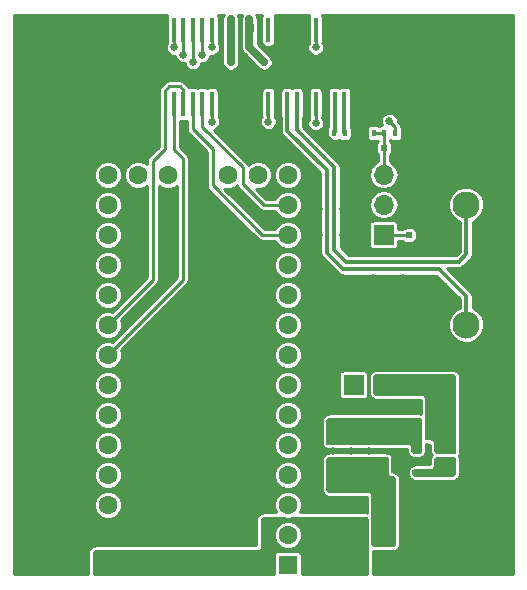
<source format=gtl>
G04 #@! TF.FileFunction,Copper,L1,Top,Signal*
%FSLAX46Y46*%
G04 Gerber Fmt 4.6, Leading zero omitted, Abs format (unit mm)*
G04 Created by KiCad (PCBNEW 4.0.7) date 06/10/18 20:05:32*
%MOMM*%
%LPD*%
G01*
G04 APERTURE LIST*
%ADD10C,0.100000*%
%ADD11R,0.600000X0.350000*%
%ADD12R,1.600000X2.100000*%
%ADD13R,0.600000X0.500000*%
%ADD14R,0.500000X0.600000*%
%ADD15R,0.800000X0.750000*%
%ADD16R,1.300000X1.800000*%
%ADD17R,0.400000X2.100000*%
%ADD18O,2.200000X2.200000*%
%ADD19C,2.600000*%
%ADD20C,2.300000*%
%ADD21R,1.700000X1.700000*%
%ADD22O,1.700000X1.700000*%
%ADD23R,3.600000X1.500000*%
%ADD24R,0.400000X0.600000*%
%ADD25R,0.600000X0.400000*%
%ADD26C,1.600000*%
%ADD27R,1.600000X1.600000*%
%ADD28C,4.500000*%
%ADD29C,0.635000*%
%ADD30C,0.254000*%
%ADD31C,0.635000*%
%ADD32C,0.341630*%
%ADD33C,0.250000*%
%ADD34C,0.127000*%
G04 APERTURE END LIST*
D10*
D11*
X140967000Y-105095000D03*
X140967000Y-106045000D03*
X140967000Y-106995000D03*
X143767000Y-106995000D03*
X143767000Y-106045000D03*
X143767000Y-105095000D03*
D12*
X142367000Y-106045000D03*
D13*
X141012000Y-79502000D03*
X139912000Y-79502000D03*
D14*
X143129000Y-86910000D03*
X143129000Y-85810000D03*
D15*
X142609000Y-108331000D03*
X141109000Y-108331000D03*
D14*
X145669000Y-104987000D03*
X145669000Y-106087000D03*
D15*
X148070000Y-103886000D03*
X146570000Y-103886000D03*
X148070000Y-102616000D03*
X146570000Y-102616000D03*
D16*
X145137000Y-103251000D03*
X142137000Y-103251000D03*
D17*
X138410000Y-69490000D03*
D18*
X140010000Y-72390000D03*
X121610000Y-72390000D03*
X118485000Y-74765000D03*
X118485000Y-70015000D03*
X143135000Y-70015000D03*
X143135000Y-74765000D03*
D17*
X123210000Y-75815000D03*
X124010000Y-75790000D03*
X124810000Y-75790000D03*
X125610000Y-75790000D03*
X126410000Y-75790000D03*
X127210000Y-75790000D03*
X128010000Y-75790000D03*
X128810000Y-75790000D03*
X129610000Y-75790000D03*
X130410000Y-75790000D03*
X131210000Y-75790000D03*
X132010000Y-75790000D03*
X132810000Y-75790000D03*
X133610000Y-75790000D03*
X134410000Y-75790000D03*
X135210000Y-75790000D03*
X136010000Y-75790000D03*
X136810000Y-75790000D03*
X137610000Y-75790000D03*
X138410000Y-75790000D03*
X137610000Y-69490000D03*
X136810000Y-69490000D03*
X136010000Y-69490000D03*
X135210000Y-69490000D03*
X134410000Y-69490000D03*
X133610000Y-69490000D03*
X132810000Y-69490000D03*
X132010000Y-69490000D03*
X131210000Y-69490000D03*
X130410000Y-69490000D03*
X129610000Y-69490000D03*
X128810000Y-69490000D03*
X128010000Y-69490000D03*
X127210000Y-69490000D03*
X126410000Y-69490000D03*
X125610000Y-69490000D03*
X124810000Y-69490000D03*
X124010000Y-69490000D03*
X123210000Y-69490000D03*
D19*
X145415000Y-91948000D03*
X145415000Y-97028000D03*
X150495000Y-97028000D03*
D20*
X147955000Y-94488000D03*
D19*
X150495000Y-91948000D03*
X145415000Y-81788000D03*
X145415000Y-86868000D03*
X150495000Y-86868000D03*
D20*
X147955000Y-84328000D03*
D19*
X150495000Y-81788000D03*
D21*
X140970000Y-86868000D03*
D22*
X140970000Y-84328000D03*
X140970000Y-81788000D03*
D21*
X140970000Y-112268000D03*
D22*
X138430000Y-112268000D03*
D21*
X138430000Y-99568000D03*
D22*
X140970000Y-99568000D03*
D23*
X138303000Y-103504000D03*
X138303000Y-106554000D03*
D24*
X141928000Y-78232000D03*
X141028000Y-78232000D03*
X136760800Y-78232000D03*
X137660800Y-78232000D03*
X140150000Y-78232000D03*
X139250000Y-78232000D03*
D25*
X146685000Y-105087000D03*
X146685000Y-105987000D03*
X144653000Y-107003000D03*
X144653000Y-106103000D03*
D26*
X125222000Y-81788000D03*
X122682000Y-81788000D03*
X120142000Y-81788000D03*
X117602000Y-81788000D03*
X127762000Y-81788000D03*
X130302000Y-81788000D03*
X132842000Y-81788000D03*
X117602000Y-84328000D03*
X117602000Y-86868000D03*
X117602000Y-89408000D03*
X117602000Y-91948000D03*
X117602000Y-94488000D03*
X117602000Y-97028000D03*
X117602000Y-99568000D03*
X117602000Y-102108000D03*
X117602000Y-104648000D03*
X117602000Y-107188000D03*
X117602000Y-109728000D03*
X117602000Y-112268000D03*
X117602000Y-114808000D03*
X132842000Y-84328000D03*
X132842000Y-86868000D03*
X132842000Y-89408000D03*
X132842000Y-91948000D03*
X132842000Y-94488000D03*
X132842000Y-97028000D03*
X132842000Y-99568000D03*
X132842000Y-102108000D03*
X132842000Y-104648000D03*
X132842000Y-107188000D03*
X132842000Y-109728000D03*
X132842000Y-112268000D03*
D27*
X132842000Y-114808000D03*
D28*
X113030000Y-112268000D03*
X148590000Y-112268000D03*
X113030000Y-71628000D03*
X148590000Y-71628000D03*
D29*
X135204200Y-77419200D03*
X149860000Y-106680000D03*
X130810000Y-109220000D03*
X130810000Y-93980000D03*
X130810000Y-88900000D03*
X139700000Y-96520000D03*
X137160000Y-93980000D03*
X142240000Y-93980000D03*
X142621000Y-88392000D03*
X140081000Y-88392000D03*
X137541000Y-90551000D03*
X135509000Y-84709000D03*
X135509000Y-86868000D03*
X135509000Y-88773000D03*
X142621000Y-90551000D03*
X140081000Y-90551000D03*
X137541000Y-86868000D03*
X137541000Y-84709000D03*
X137541000Y-80899000D03*
X141986000Y-106680000D03*
X142748000Y-106680000D03*
X142748000Y-105410000D03*
X136652000Y-105156000D03*
X138176000Y-105156000D03*
X139700000Y-105156000D03*
X141986000Y-105410000D03*
X142748000Y-109474000D03*
X143764000Y-108204000D03*
X148082000Y-101600000D03*
X149098000Y-102616000D03*
X149098000Y-103886000D03*
X148082000Y-104902000D03*
X149860000Y-77470000D03*
X129667000Y-77292200D03*
X128016000Y-77292200D03*
X136779000Y-70993000D03*
X133604000Y-70993000D03*
X131953000Y-70993000D03*
X128778000Y-74168000D03*
X127254000Y-74168000D03*
X143510000Y-114935000D03*
X125730000Y-111760000D03*
X125730000Y-106680000D03*
X125730000Y-101600000D03*
X125730000Y-96520000D03*
X125730000Y-91440000D03*
X125730000Y-86360000D03*
X120650000Y-96520000D03*
X120650000Y-99060000D03*
X120650000Y-101600000D03*
X120650000Y-104140000D03*
X120650000Y-106680000D03*
X120650000Y-92710000D03*
X120650000Y-88900000D03*
X120650000Y-83820000D03*
X115570000Y-86360000D03*
X115570000Y-91440000D03*
X115570000Y-96520000D03*
X115570000Y-101600000D03*
X115570000Y-106680000D03*
X110490000Y-104140000D03*
X110490000Y-99060000D03*
X110490000Y-93980000D03*
X110490000Y-88900000D03*
X110490000Y-83820000D03*
X110490000Y-78740000D03*
X144754600Y-105410000D03*
X128016000Y-72263000D03*
X128016000Y-70993000D03*
X126415800Y-77292200D03*
X131216400Y-77292200D03*
X135204200Y-70993000D03*
X141452600Y-77241400D03*
X130860800Y-72263000D03*
X129590800Y-70993000D03*
X123215400Y-70993000D03*
X124002800Y-71628000D03*
X124815600Y-72237600D03*
X125603000Y-71628000D03*
X126415800Y-70993000D03*
D30*
X135210000Y-77413400D02*
X135204200Y-77419200D01*
X135210000Y-77413400D02*
X135210000Y-75790000D01*
X141012000Y-79502000D02*
X140995400Y-79502000D01*
X140995400Y-79502000D02*
X140970000Y-79527400D01*
X140970000Y-79527400D02*
X140970000Y-78257400D01*
X140970000Y-78257400D02*
X141028000Y-78232000D01*
X140970000Y-81788000D02*
X140970000Y-79527400D01*
X140970000Y-79527400D02*
X141012000Y-79502000D01*
X140150000Y-78232000D02*
X141020800Y-78232000D01*
X141020800Y-78232000D02*
X141028000Y-78232000D01*
X148590000Y-112268000D02*
X148590000Y-107950000D01*
X148590000Y-107950000D02*
X149860000Y-106680000D01*
X125222000Y-81788000D02*
X125222000Y-83312000D01*
X130810000Y-93980000D02*
X130810000Y-109220000D01*
X130810000Y-88900000D02*
X130810000Y-93980000D01*
X125222000Y-83312000D02*
X130810000Y-88900000D01*
X145415000Y-91948000D02*
X144272000Y-91948000D01*
X144272000Y-91948000D02*
X142240000Y-93980000D01*
X137160000Y-93980000D02*
X139700000Y-96520000D01*
X142240000Y-93980000D02*
X137160000Y-93980000D01*
X145415000Y-86868000D02*
X144145000Y-86868000D01*
X144145000Y-86868000D02*
X142621000Y-88392000D01*
X142621000Y-88392000D02*
X140081000Y-88392000D01*
X140081000Y-88392000D02*
X138303000Y-88392000D01*
X138303000Y-88392000D02*
X138430000Y-88392000D01*
X137668000Y-90551000D02*
X137287000Y-90551000D01*
X135509000Y-86868000D02*
X135509000Y-84709000D01*
X135509000Y-88773000D02*
X135509000Y-86868000D01*
X136398000Y-89662000D02*
X135509000Y-88773000D01*
X137287000Y-90551000D02*
X136398000Y-89662000D01*
X137541000Y-90551000D02*
X137668000Y-90551000D01*
X137668000Y-90551000D02*
X140081000Y-90551000D01*
X138811000Y-91948000D02*
X137541000Y-90551000D01*
X145415000Y-91948000D02*
X138811000Y-91948000D01*
X140081000Y-90551000D02*
X142621000Y-90551000D01*
X136010000Y-75790000D02*
X136010000Y-78352000D01*
X137541000Y-86868000D02*
X137541000Y-86995000D01*
X137541000Y-84709000D02*
X137541000Y-86868000D01*
X137541000Y-80899000D02*
X137541000Y-84709000D01*
X137541000Y-79883000D02*
X137541000Y-80899000D01*
X136010000Y-78352000D02*
X137541000Y-79883000D01*
X145415000Y-91948000D02*
X142748000Y-91948000D01*
X137160000Y-91440000D02*
X134620000Y-88900000D01*
X139700000Y-91440000D02*
X137160000Y-91440000D01*
X142240000Y-91440000D02*
X139700000Y-91440000D01*
X142748000Y-91948000D02*
X142240000Y-91440000D01*
X143767000Y-106045000D02*
X142621000Y-106045000D01*
X142621000Y-106045000D02*
X141986000Y-106680000D01*
X141986000Y-106680000D02*
X142748000Y-106680000D01*
X142748000Y-106680000D02*
X142748000Y-105410000D01*
X142748000Y-105410000D02*
X142367000Y-106045000D01*
X140967000Y-105095000D02*
X139761000Y-105095000D01*
X138176000Y-105156000D02*
X136652000Y-105156000D01*
X139700000Y-105156000D02*
X138176000Y-105156000D01*
X139761000Y-105095000D02*
X139700000Y-105156000D01*
X142367000Y-106045000D02*
X142367000Y-105791000D01*
X142367000Y-105791000D02*
X141986000Y-105410000D01*
X141986000Y-105410000D02*
X142367000Y-106045000D01*
X142609000Y-108331000D02*
X142609000Y-109335000D01*
X142609000Y-109335000D02*
X142748000Y-109474000D01*
X142609000Y-108331000D02*
X143637000Y-108331000D01*
X143637000Y-108331000D02*
X143764000Y-108204000D01*
X148070000Y-102616000D02*
X148070000Y-101612000D01*
X148070000Y-101612000D02*
X148082000Y-101600000D01*
X148070000Y-102616000D02*
X149098000Y-102616000D01*
X148070000Y-103886000D02*
X149098000Y-103886000D01*
X148070000Y-103886000D02*
X148070000Y-104890000D01*
X148070000Y-104890000D02*
X148082000Y-104902000D01*
X129610000Y-75790000D02*
X129610000Y-77235200D01*
X129610000Y-77235200D02*
X129667000Y-77292200D01*
X128010000Y-75790000D02*
X128010000Y-77286200D01*
X128010000Y-77286200D02*
X128016000Y-77292200D01*
X136810000Y-69490000D02*
X136810000Y-70962000D01*
X136810000Y-70962000D02*
X136779000Y-70993000D01*
X133610000Y-69490000D02*
X133610000Y-70987000D01*
X133610000Y-70987000D02*
X133604000Y-70993000D01*
X132010000Y-69490000D02*
X132010000Y-70936000D01*
X132010000Y-70936000D02*
X131953000Y-70993000D01*
X128810000Y-75790000D02*
X128810000Y-74200000D01*
X128810000Y-74200000D02*
X128778000Y-74168000D01*
X127210000Y-75790000D02*
X127210000Y-74212000D01*
X127210000Y-74212000D02*
X127254000Y-74168000D01*
X132842000Y-114808000D02*
X132715000Y-114935000D01*
X148590000Y-112268000D02*
X146177000Y-112268000D01*
X146177000Y-112268000D02*
X143510000Y-114935000D01*
X125222000Y-81788000D02*
X125222000Y-85852000D01*
X125730000Y-101600000D02*
X125730000Y-106680000D01*
X125730000Y-91440000D02*
X125730000Y-96520000D01*
X125222000Y-85852000D02*
X125730000Y-86360000D01*
X117602000Y-112268000D02*
X120650000Y-109220000D01*
X120650000Y-99060000D02*
X120650000Y-96520000D01*
X120650000Y-104140000D02*
X120650000Y-101600000D01*
X120650000Y-109220000D02*
X120650000Y-106680000D01*
X120650000Y-83820000D02*
X120650000Y-88900000D01*
X113030000Y-112268000D02*
X113030000Y-109220000D01*
X115570000Y-91440000D02*
X115570000Y-86360000D01*
X115570000Y-101600000D02*
X115570000Y-96520000D01*
X113030000Y-109220000D02*
X115570000Y-106680000D01*
X113030000Y-71628000D02*
X113030000Y-76200000D01*
X110490000Y-109220000D02*
X113030000Y-111760000D01*
X110490000Y-104140000D02*
X110490000Y-109220000D01*
X110490000Y-93980000D02*
X110490000Y-99060000D01*
X110490000Y-83820000D02*
X110490000Y-88900000D01*
X113030000Y-76200000D02*
X110490000Y-78740000D01*
X113030000Y-111760000D02*
X113030000Y-112268000D01*
X144780000Y-106045000D02*
X144754600Y-105410000D01*
X144722000Y-106103000D02*
X144780000Y-106045000D01*
X144653000Y-106103000D02*
X144722000Y-106103000D01*
X140970000Y-86868000D02*
X143129000Y-86868000D01*
X143129000Y-86868000D02*
X143129000Y-86910000D01*
D31*
X128016000Y-72263000D02*
X128016000Y-69951600D01*
X128016000Y-69951600D02*
X128010000Y-69490000D01*
X128016000Y-68630800D02*
X128010000Y-69490000D01*
D30*
X146685000Y-106045000D02*
X146685000Y-105987000D01*
X123210000Y-75815000D02*
X123210000Y-79649000D01*
X123952000Y-90678000D02*
X117602000Y-97028000D01*
X123952000Y-80391000D02*
X123952000Y-90678000D01*
X123210000Y-79649000D02*
X123952000Y-80391000D01*
X124010000Y-75790000D02*
X124010000Y-74607000D01*
X121412000Y-90678000D02*
X117602000Y-94488000D01*
X121412000Y-80645000D02*
X121412000Y-90678000D01*
X122428000Y-79629000D02*
X121412000Y-80645000D01*
X122428000Y-74676000D02*
X122428000Y-79629000D01*
X122809000Y-74295000D02*
X122428000Y-74676000D01*
X123698000Y-74295000D02*
X122809000Y-74295000D01*
X124010000Y-74607000D02*
X123698000Y-74295000D01*
X124810000Y-75790000D02*
X124810000Y-77947000D01*
X130683000Y-86868000D02*
X132842000Y-86868000D01*
X126492000Y-82677000D02*
X130683000Y-86868000D01*
X126492000Y-79629000D02*
X126492000Y-82677000D01*
X124810000Y-77947000D02*
X126492000Y-79629000D01*
X125610000Y-75790000D02*
X125610000Y-77731000D01*
X130810000Y-84328000D02*
X132842000Y-84328000D01*
X129032000Y-82550000D02*
X130810000Y-84328000D01*
X129032000Y-81153000D02*
X129032000Y-82550000D01*
X125610000Y-77731000D02*
X129032000Y-81153000D01*
X126410000Y-75790000D02*
X126410000Y-77286400D01*
X126410000Y-77286400D02*
X126415800Y-77292200D01*
X131210000Y-77285800D02*
X131216400Y-77292200D01*
X131210000Y-77285800D02*
X131210000Y-75790000D01*
D32*
X132810000Y-75790000D02*
X132810000Y-78073000D01*
X145669000Y-89789000D02*
X147955000Y-92075000D01*
X132810000Y-78073000D02*
X136144000Y-81407000D01*
X136144000Y-81407000D02*
X136144000Y-88392000D01*
X136144000Y-88392000D02*
X137541000Y-89789000D01*
X147955000Y-92075000D02*
X147955000Y-94488000D01*
X137541000Y-89789000D02*
X145669000Y-89789000D01*
X133610000Y-75790000D02*
X133610000Y-77984000D01*
X137795000Y-89154000D02*
X147320000Y-89154000D01*
X133610000Y-77984000D02*
X136779000Y-81153000D01*
X136779000Y-81153000D02*
X136779000Y-88138000D01*
X136779000Y-88138000D02*
X137795000Y-89154000D01*
X147320000Y-89154000D02*
X147955000Y-88519000D01*
X147955000Y-88519000D02*
X147955000Y-84328000D01*
X136810000Y-75790000D02*
X136810000Y-78201000D01*
X136810000Y-78201000D02*
X136779000Y-78232000D01*
X136779000Y-78232000D02*
X136760800Y-78232000D01*
X137610000Y-75790000D02*
X137610000Y-78199400D01*
X137610000Y-78199400D02*
X137642600Y-78232000D01*
X137642600Y-78232000D02*
X137660800Y-78232000D01*
D30*
X135210000Y-70987200D02*
X135204200Y-70993000D01*
X141452600Y-77241400D02*
X141935200Y-77724000D01*
X141935200Y-78232000D02*
X141935200Y-77724000D01*
X135210000Y-70987200D02*
X135210000Y-69490000D01*
X141935200Y-78232000D02*
X141928000Y-78232000D01*
D33*
X135210000Y-69490000D02*
X135210000Y-70440000D01*
D31*
X129590800Y-70967600D02*
X129590800Y-70993000D01*
X129590800Y-70993000D02*
X130860800Y-72263000D01*
X129590800Y-70967600D02*
X129590800Y-68630800D01*
X129590800Y-68630800D02*
X129610000Y-69490000D01*
D30*
X123210000Y-70987600D02*
X123215400Y-70993000D01*
X123210000Y-69490000D02*
X123210000Y-70987600D01*
X124010000Y-71620800D02*
X124002800Y-71628000D01*
X124010000Y-69490000D02*
X124010000Y-71620800D01*
X124810000Y-69490000D02*
X124810000Y-72232000D01*
X124810000Y-72232000D02*
X124815600Y-72237600D01*
X125610000Y-69490000D02*
X125610000Y-71621000D01*
X125610000Y-71621000D02*
X125603000Y-71628000D01*
X126410000Y-70987200D02*
X126415800Y-70993000D01*
X126410000Y-69490000D02*
X126410000Y-70987200D01*
D34*
G36*
X141202983Y-105737776D02*
X141256257Y-105765236D01*
X141298302Y-105807943D01*
X141324927Y-105861641D01*
X141334198Y-105926026D01*
X141316939Y-107030640D01*
X141317579Y-107040682D01*
X141329017Y-107120115D01*
X141334978Y-107139273D01*
X141370628Y-107211173D01*
X141382269Y-107227514D01*
X141438571Y-107284702D01*
X141454728Y-107296596D01*
X141526062Y-107333365D01*
X141545124Y-107339625D01*
X141624369Y-107352303D01*
X141634400Y-107353100D01*
X141701439Y-107353100D01*
X141779916Y-107368667D01*
X141841219Y-107409488D01*
X141882299Y-107470618D01*
X141898199Y-107549030D01*
X141921399Y-113024176D01*
X141911538Y-113088010D01*
X141884677Y-113141117D01*
X141842687Y-113183285D01*
X141789697Y-113210370D01*
X141725910Y-113220500D01*
X140214255Y-113220500D01*
X140135574Y-113204849D01*
X140074176Y-113163824D01*
X140033151Y-113102426D01*
X140017500Y-113023745D01*
X140017500Y-108966000D01*
X140016280Y-108953612D01*
X139996945Y-108856410D01*
X139987463Y-108833519D01*
X139932403Y-108751116D01*
X139914884Y-108733597D01*
X139832481Y-108678537D01*
X139809590Y-108669055D01*
X139712388Y-108649720D01*
X139700000Y-108648500D01*
X136404255Y-108648500D01*
X136325574Y-108632849D01*
X136264176Y-108591824D01*
X136223151Y-108530426D01*
X136207500Y-108451745D01*
X136207500Y-105924255D01*
X136223151Y-105845574D01*
X136264176Y-105784176D01*
X136325574Y-105743151D01*
X136404255Y-105727500D01*
X141138751Y-105727500D01*
X141202983Y-105737776D01*
X141202983Y-105737776D01*
G37*
X141202983Y-105737776D02*
X141256257Y-105765236D01*
X141298302Y-105807943D01*
X141324927Y-105861641D01*
X141334198Y-105926026D01*
X141316939Y-107030640D01*
X141317579Y-107040682D01*
X141329017Y-107120115D01*
X141334978Y-107139273D01*
X141370628Y-107211173D01*
X141382269Y-107227514D01*
X141438571Y-107284702D01*
X141454728Y-107296596D01*
X141526062Y-107333365D01*
X141545124Y-107339625D01*
X141624369Y-107352303D01*
X141634400Y-107353100D01*
X141701439Y-107353100D01*
X141779916Y-107368667D01*
X141841219Y-107409488D01*
X141882299Y-107470618D01*
X141898199Y-107549030D01*
X141921399Y-113024176D01*
X141911538Y-113088010D01*
X141884677Y-113141117D01*
X141842687Y-113183285D01*
X141789697Y-113210370D01*
X141725910Y-113220500D01*
X140214255Y-113220500D01*
X140135574Y-113204849D01*
X140074176Y-113163824D01*
X140033151Y-113102426D01*
X140017500Y-113023745D01*
X140017500Y-108966000D01*
X140016280Y-108953612D01*
X139996945Y-108856410D01*
X139987463Y-108833519D01*
X139932403Y-108751116D01*
X139914884Y-108733597D01*
X139832481Y-108678537D01*
X139809590Y-108669055D01*
X139712388Y-108649720D01*
X139700000Y-108648500D01*
X136404255Y-108648500D01*
X136325574Y-108632849D01*
X136264176Y-108591824D01*
X136223151Y-108530426D01*
X136207500Y-108451745D01*
X136207500Y-105924255D01*
X136223151Y-105845574D01*
X136264176Y-105784176D01*
X136325574Y-105743151D01*
X136404255Y-105727500D01*
X141138751Y-105727500D01*
X141202983Y-105737776D01*
G36*
X144014226Y-102441151D02*
X144075624Y-102482176D01*
X144116649Y-102543574D01*
X144132300Y-102622255D01*
X144132300Y-105149745D01*
X144116649Y-105228426D01*
X144075624Y-105289824D01*
X144014226Y-105330849D01*
X143935545Y-105346500D01*
X143592455Y-105346500D01*
X143513774Y-105330849D01*
X143452376Y-105289824D01*
X143411351Y-105228426D01*
X143395700Y-105149745D01*
X143395700Y-104902000D01*
X143394480Y-104889612D01*
X143375145Y-104792410D01*
X143365663Y-104769519D01*
X143310603Y-104687116D01*
X143293084Y-104669597D01*
X143210681Y-104614537D01*
X143187790Y-104605055D01*
X143090588Y-104585720D01*
X143078200Y-104584500D01*
X136277254Y-104584500D01*
X136247173Y-104578517D01*
X136226978Y-104565022D01*
X136213483Y-104544827D01*
X136207500Y-104514746D01*
X136207500Y-102622255D01*
X136223151Y-102543574D01*
X136264176Y-102482176D01*
X136325574Y-102441151D01*
X136404255Y-102425500D01*
X143935545Y-102425500D01*
X144014226Y-102441151D01*
X144014226Y-102441151D01*
G37*
X144014226Y-102441151D02*
X144075624Y-102482176D01*
X144116649Y-102543574D01*
X144132300Y-102622255D01*
X144132300Y-105149745D01*
X144116649Y-105228426D01*
X144075624Y-105289824D01*
X144014226Y-105330849D01*
X143935545Y-105346500D01*
X143592455Y-105346500D01*
X143513774Y-105330849D01*
X143452376Y-105289824D01*
X143411351Y-105228426D01*
X143395700Y-105149745D01*
X143395700Y-104902000D01*
X143394480Y-104889612D01*
X143375145Y-104792410D01*
X143365663Y-104769519D01*
X143310603Y-104687116D01*
X143293084Y-104669597D01*
X143210681Y-104614537D01*
X143187790Y-104605055D01*
X143090588Y-104585720D01*
X143078200Y-104584500D01*
X136277254Y-104584500D01*
X136247173Y-104578517D01*
X136226978Y-104565022D01*
X136213483Y-104544827D01*
X136207500Y-104514746D01*
X136207500Y-102622255D01*
X136223151Y-102543574D01*
X136264176Y-102482176D01*
X136325574Y-102441151D01*
X136404255Y-102425500D01*
X143935545Y-102425500D01*
X144014226Y-102441151D01*
G36*
X146884426Y-98758151D02*
X146945824Y-98799176D01*
X146986849Y-98860574D01*
X147002500Y-98939255D01*
X147002500Y-105340244D01*
X147001462Y-105345462D01*
X146996244Y-105346500D01*
X145548255Y-105346500D01*
X145469574Y-105330849D01*
X145408176Y-105289824D01*
X145367151Y-105228426D01*
X145351500Y-105149745D01*
X145351500Y-104513186D01*
X145350328Y-104501041D01*
X145331745Y-104405676D01*
X145322625Y-104383164D01*
X145269597Y-104301752D01*
X145252692Y-104284310D01*
X145172976Y-104228764D01*
X145150759Y-104218945D01*
X145056020Y-104197392D01*
X145043917Y-104195841D01*
X144729376Y-104186012D01*
X144652677Y-104168564D01*
X144593265Y-104127166D01*
X144553745Y-104066491D01*
X144538700Y-103989284D01*
X144538700Y-100711000D01*
X144537480Y-100698612D01*
X144518145Y-100601410D01*
X144508663Y-100578519D01*
X144453603Y-100496116D01*
X144436084Y-100478597D01*
X144353681Y-100423537D01*
X144330790Y-100414055D01*
X144233588Y-100394720D01*
X144221200Y-100393500D01*
X140341255Y-100393500D01*
X140262574Y-100377849D01*
X140201176Y-100336824D01*
X140160151Y-100275426D01*
X140144500Y-100196745D01*
X140144500Y-98939255D01*
X140160151Y-98860574D01*
X140201176Y-98799176D01*
X140262574Y-98758151D01*
X140341255Y-98742500D01*
X146805745Y-98742500D01*
X146884426Y-98758151D01*
X146884426Y-98758151D01*
G37*
X146884426Y-98758151D02*
X146945824Y-98799176D01*
X146986849Y-98860574D01*
X147002500Y-98939255D01*
X147002500Y-105340244D01*
X147001462Y-105345462D01*
X146996244Y-105346500D01*
X145548255Y-105346500D01*
X145469574Y-105330849D01*
X145408176Y-105289824D01*
X145367151Y-105228426D01*
X145351500Y-105149745D01*
X145351500Y-104513186D01*
X145350328Y-104501041D01*
X145331745Y-104405676D01*
X145322625Y-104383164D01*
X145269597Y-104301752D01*
X145252692Y-104284310D01*
X145172976Y-104228764D01*
X145150759Y-104218945D01*
X145056020Y-104197392D01*
X145043917Y-104195841D01*
X144729376Y-104186012D01*
X144652677Y-104168564D01*
X144593265Y-104127166D01*
X144553745Y-104066491D01*
X144538700Y-103989284D01*
X144538700Y-100711000D01*
X144537480Y-100698612D01*
X144518145Y-100601410D01*
X144508663Y-100578519D01*
X144453603Y-100496116D01*
X144436084Y-100478597D01*
X144353681Y-100423537D01*
X144330790Y-100414055D01*
X144233588Y-100394720D01*
X144221200Y-100393500D01*
X140341255Y-100393500D01*
X140262574Y-100377849D01*
X140201176Y-100336824D01*
X140160151Y-100275426D01*
X140144500Y-100196745D01*
X140144500Y-98939255D01*
X140160151Y-98860574D01*
X140201176Y-98799176D01*
X140262574Y-98758151D01*
X140341255Y-98742500D01*
X146805745Y-98742500D01*
X146884426Y-98758151D01*
G36*
X146884426Y-105743151D02*
X146945824Y-105784176D01*
X146986849Y-105845574D01*
X147002500Y-105924255D01*
X147002500Y-107054745D01*
X146986849Y-107133426D01*
X146945824Y-107194824D01*
X146884426Y-107235849D01*
X146805745Y-107251500D01*
X143643255Y-107251500D01*
X143564574Y-107235849D01*
X143503176Y-107194824D01*
X143462151Y-107133426D01*
X143446500Y-107054745D01*
X143446500Y-106940255D01*
X143462151Y-106861574D01*
X143503176Y-106800176D01*
X143564574Y-106759151D01*
X143643255Y-106743500D01*
X145034000Y-106743500D01*
X145046388Y-106742280D01*
X145143590Y-106722945D01*
X145166481Y-106713463D01*
X145248884Y-106658403D01*
X145266403Y-106640884D01*
X145321463Y-106558481D01*
X145330945Y-106535590D01*
X145350280Y-106438388D01*
X145351500Y-106426000D01*
X145351500Y-105924255D01*
X145367151Y-105845574D01*
X145408176Y-105784176D01*
X145469574Y-105743151D01*
X145548255Y-105727500D01*
X146805745Y-105727500D01*
X146884426Y-105743151D01*
X146884426Y-105743151D01*
G37*
X146884426Y-105743151D02*
X146945824Y-105784176D01*
X146986849Y-105845574D01*
X147002500Y-105924255D01*
X147002500Y-107054745D01*
X146986849Y-107133426D01*
X146945824Y-107194824D01*
X146884426Y-107235849D01*
X146805745Y-107251500D01*
X143643255Y-107251500D01*
X143564574Y-107235849D01*
X143503176Y-107194824D01*
X143462151Y-107133426D01*
X143446500Y-107054745D01*
X143446500Y-106940255D01*
X143462151Y-106861574D01*
X143503176Y-106800176D01*
X143564574Y-106759151D01*
X143643255Y-106743500D01*
X145034000Y-106743500D01*
X145046388Y-106742280D01*
X145143590Y-106722945D01*
X145166481Y-106713463D01*
X145248884Y-106658403D01*
X145266403Y-106640884D01*
X145321463Y-106558481D01*
X145330945Y-106535590D01*
X145350280Y-106438388D01*
X145351500Y-106426000D01*
X145351500Y-105924255D01*
X145367151Y-105845574D01*
X145408176Y-105784176D01*
X145469574Y-105743151D01*
X145548255Y-105727500D01*
X146805745Y-105727500D01*
X146884426Y-105743151D01*
D30*
G36*
X122652141Y-68288866D02*
X122621536Y-68440000D01*
X122621536Y-70540000D01*
X122630860Y-70589553D01*
X122623586Y-70596815D01*
X122517022Y-70853450D01*
X122516779Y-71131331D01*
X122622896Y-71388151D01*
X122819215Y-71584814D01*
X123075850Y-71691378D01*
X123304244Y-71691578D01*
X123304179Y-71766331D01*
X123410296Y-72023151D01*
X123606615Y-72219814D01*
X123863250Y-72326378D01*
X124117022Y-72326600D01*
X124116979Y-72375931D01*
X124223096Y-72632751D01*
X124419415Y-72829414D01*
X124676050Y-72935978D01*
X124953931Y-72936221D01*
X125210751Y-72830104D01*
X125407414Y-72633785D01*
X125513978Y-72377150D01*
X125514022Y-72326422D01*
X125741331Y-72326621D01*
X125998151Y-72220504D01*
X126194814Y-72024185D01*
X126301378Y-71767550D01*
X126301445Y-71691400D01*
X126554131Y-71691621D01*
X126810951Y-71585504D01*
X127007614Y-71389185D01*
X127114178Y-71132550D01*
X127114421Y-70854669D01*
X127008304Y-70597849D01*
X126990385Y-70579898D01*
X126998464Y-70540000D01*
X126998464Y-68440000D01*
X126971897Y-68298810D01*
X126955932Y-68274000D01*
X127430207Y-68274000D01*
X127372552Y-68358996D01*
X127317517Y-68625922D01*
X127311517Y-69485122D01*
X127312854Y-69492097D01*
X127311559Y-69499079D01*
X127317500Y-69956140D01*
X127317500Y-70992962D01*
X127317379Y-71131331D01*
X127317500Y-71131624D01*
X127317500Y-72262962D01*
X127317379Y-72401331D01*
X127423496Y-72658151D01*
X127619815Y-72854814D01*
X127876450Y-72961378D01*
X128154331Y-72961621D01*
X128411151Y-72855504D01*
X128607814Y-72659185D01*
X128714378Y-72402550D01*
X128714621Y-72124669D01*
X128714500Y-72124376D01*
X128714500Y-70993000D01*
X128714621Y-70854669D01*
X128714500Y-70854376D01*
X128714500Y-69951600D01*
X128713598Y-69947066D01*
X128714441Y-69942521D01*
X128708532Y-69487901D01*
X128714483Y-68635678D01*
X128663181Y-68368009D01*
X128601311Y-68274000D01*
X129005269Y-68274000D01*
X128945470Y-68363496D01*
X128943921Y-68371282D01*
X128939659Y-68377980D01*
X128917389Y-68504668D01*
X128892300Y-68630800D01*
X128892300Y-70992962D01*
X128892179Y-71131331D01*
X128945469Y-71260302D01*
X128945470Y-71260305D01*
X128945471Y-71260307D01*
X128998296Y-71388151D01*
X129194615Y-71584814D01*
X129194907Y-71584935D01*
X130366886Y-72756914D01*
X130464615Y-72854814D01*
X130593493Y-72908329D01*
X130593495Y-72908330D01*
X130593497Y-72908330D01*
X130721250Y-72961378D01*
X130999131Y-72961621D01*
X131128102Y-72908331D01*
X131128105Y-72908330D01*
X131128107Y-72908329D01*
X131255951Y-72855504D01*
X131452614Y-72659185D01*
X131559178Y-72402550D01*
X131559421Y-72124669D01*
X131506131Y-71995698D01*
X131506130Y-71995695D01*
X131506129Y-71995693D01*
X131453304Y-71867849D01*
X131256985Y-71671186D01*
X131256693Y-71671065D01*
X130289300Y-70703672D01*
X130289300Y-69582629D01*
X130308326Y-69474394D01*
X130289126Y-68615195D01*
X130261221Y-68489639D01*
X130236130Y-68363496D01*
X130231719Y-68356895D01*
X130229997Y-68349146D01*
X130177320Y-68274000D01*
X130662298Y-68274000D01*
X130652141Y-68288866D01*
X130621536Y-68440000D01*
X130621536Y-70540000D01*
X130648103Y-70681190D01*
X130731546Y-70810865D01*
X130858866Y-70897859D01*
X131010000Y-70928464D01*
X131410000Y-70928464D01*
X131551190Y-70901897D01*
X131680865Y-70818454D01*
X131767859Y-70691134D01*
X131798464Y-70540000D01*
X131798464Y-68440000D01*
X131771897Y-68298810D01*
X131755932Y-68274000D01*
X134662298Y-68274000D01*
X134652141Y-68288866D01*
X134621536Y-68440000D01*
X134621536Y-70540000D01*
X134629089Y-70580141D01*
X134612386Y-70596815D01*
X134505822Y-70853450D01*
X134505579Y-71131331D01*
X134611696Y-71388151D01*
X134808015Y-71584814D01*
X135064650Y-71691378D01*
X135342531Y-71691621D01*
X135599351Y-71585504D01*
X135796014Y-71389185D01*
X135902578Y-71132550D01*
X135902821Y-70854669D01*
X135796704Y-70597849D01*
X135788428Y-70589559D01*
X135798464Y-70540000D01*
X135798464Y-68440000D01*
X135771897Y-68298810D01*
X135755932Y-68274000D01*
X151944000Y-68274000D01*
X151944000Y-115622000D01*
X140081000Y-115622000D01*
X140081000Y-113647202D01*
X140133669Y-113657679D01*
X140208000Y-113665000D01*
X141730921Y-113665000D01*
X141790681Y-113660284D01*
X141869376Y-113647786D01*
X141983018Y-113610755D01*
X142053969Y-113574490D01*
X142150543Y-113504075D01*
X142206767Y-113447613D01*
X142276778Y-113350734D01*
X142312741Y-113279630D01*
X142349288Y-113165839D01*
X142361453Y-113087092D01*
X142365916Y-113027310D01*
X142342669Y-107540910D01*
X142335073Y-107466808D01*
X142315430Y-107369937D01*
X142258257Y-107233142D01*
X142203126Y-107151104D01*
X142098067Y-107046489D01*
X142015796Y-106991706D01*
X141878759Y-106935114D01*
X141781806Y-106915882D01*
X141763315Y-106914066D01*
X141778723Y-105927920D01*
X141774879Y-105867666D01*
X141763441Y-105788233D01*
X141727676Y-105673287D01*
X141692026Y-105601387D01*
X141622184Y-105503339D01*
X141565882Y-105446151D01*
X141468940Y-105374789D01*
X141397606Y-105338020D01*
X141283234Y-105300462D01*
X141203989Y-105287784D01*
X141143800Y-105283000D01*
X136398000Y-105283000D01*
X136323669Y-105290321D01*
X136226467Y-105309656D01*
X136089126Y-105366545D01*
X136006723Y-105421605D01*
X135901605Y-105526723D01*
X135846545Y-105609126D01*
X135789656Y-105746467D01*
X135770321Y-105843669D01*
X135763000Y-105918000D01*
X135763000Y-108458000D01*
X135770321Y-108532331D01*
X135789656Y-108629533D01*
X135846545Y-108766874D01*
X135901605Y-108849277D01*
X136006723Y-108954395D01*
X136089126Y-109009455D01*
X136226467Y-109066344D01*
X136323669Y-109085679D01*
X136398000Y-109093000D01*
X139573000Y-109093000D01*
X139573000Y-110380798D01*
X139520331Y-110370321D01*
X139446000Y-110363000D01*
X133857092Y-110363000D01*
X134022794Y-109963946D01*
X134023204Y-109494115D01*
X133843787Y-109059891D01*
X133511856Y-108727381D01*
X133077946Y-108547206D01*
X132608115Y-108546796D01*
X132173891Y-108726213D01*
X131841381Y-109058144D01*
X131661206Y-109492054D01*
X131660796Y-109961885D01*
X131826533Y-110363000D01*
X130810000Y-110363000D01*
X130735669Y-110370321D01*
X130638467Y-110389656D01*
X130501126Y-110446545D01*
X130418723Y-110501605D01*
X130313605Y-110606723D01*
X130258545Y-110689126D01*
X130201656Y-110826467D01*
X130182321Y-110923669D01*
X130175000Y-110998000D01*
X130175000Y-113157000D01*
X116586000Y-113157000D01*
X116511669Y-113164321D01*
X116414467Y-113183656D01*
X116277126Y-113240545D01*
X116194723Y-113295605D01*
X116089605Y-113400723D01*
X116034545Y-113483126D01*
X115977656Y-113620467D01*
X115958321Y-113717669D01*
X115951000Y-113792000D01*
X115951000Y-115622000D01*
X109676000Y-115622000D01*
X109676000Y-109961885D01*
X116420796Y-109961885D01*
X116600213Y-110396109D01*
X116932144Y-110728619D01*
X117366054Y-110908794D01*
X117835885Y-110909204D01*
X118270109Y-110729787D01*
X118602619Y-110397856D01*
X118782794Y-109963946D01*
X118783204Y-109494115D01*
X118603787Y-109059891D01*
X118271856Y-108727381D01*
X117837946Y-108547206D01*
X117368115Y-108546796D01*
X116933891Y-108726213D01*
X116601381Y-109058144D01*
X116421206Y-109492054D01*
X116420796Y-109961885D01*
X109676000Y-109961885D01*
X109676000Y-107421885D01*
X116420796Y-107421885D01*
X116600213Y-107856109D01*
X116932144Y-108188619D01*
X117366054Y-108368794D01*
X117835885Y-108369204D01*
X118270109Y-108189787D01*
X118602619Y-107857856D01*
X118782794Y-107423946D01*
X118782795Y-107421885D01*
X131660796Y-107421885D01*
X131840213Y-107856109D01*
X132172144Y-108188619D01*
X132606054Y-108368794D01*
X133075885Y-108369204D01*
X133510109Y-108189787D01*
X133842619Y-107857856D01*
X134022794Y-107423946D01*
X134023204Y-106954115D01*
X133843787Y-106519891D01*
X133511856Y-106187381D01*
X133077946Y-106007206D01*
X132608115Y-106006796D01*
X132173891Y-106186213D01*
X131841381Y-106518144D01*
X131661206Y-106952054D01*
X131660796Y-107421885D01*
X118782795Y-107421885D01*
X118783204Y-106954115D01*
X118603787Y-106519891D01*
X118271856Y-106187381D01*
X117837946Y-106007206D01*
X117368115Y-106006796D01*
X116933891Y-106186213D01*
X116601381Y-106518144D01*
X116421206Y-106952054D01*
X116420796Y-107421885D01*
X109676000Y-107421885D01*
X109676000Y-104881885D01*
X116420796Y-104881885D01*
X116600213Y-105316109D01*
X116932144Y-105648619D01*
X117366054Y-105828794D01*
X117835885Y-105829204D01*
X118270109Y-105649787D01*
X118602619Y-105317856D01*
X118782794Y-104883946D01*
X118782795Y-104881885D01*
X131660796Y-104881885D01*
X131840213Y-105316109D01*
X132172144Y-105648619D01*
X132606054Y-105828794D01*
X133075885Y-105829204D01*
X133510109Y-105649787D01*
X133842619Y-105317856D01*
X134022794Y-104883946D01*
X134023204Y-104414115D01*
X133843787Y-103979891D01*
X133511856Y-103647381D01*
X133077946Y-103467206D01*
X132608115Y-103466796D01*
X132173891Y-103646213D01*
X131841381Y-103978144D01*
X131661206Y-104412054D01*
X131660796Y-104881885D01*
X118782795Y-104881885D01*
X118783204Y-104414115D01*
X118603787Y-103979891D01*
X118271856Y-103647381D01*
X117837946Y-103467206D01*
X117368115Y-103466796D01*
X116933891Y-103646213D01*
X116601381Y-103978144D01*
X116421206Y-104412054D01*
X116420796Y-104881885D01*
X109676000Y-104881885D01*
X109676000Y-102341885D01*
X116420796Y-102341885D01*
X116600213Y-102776109D01*
X116932144Y-103108619D01*
X117366054Y-103288794D01*
X117835885Y-103289204D01*
X118270109Y-103109787D01*
X118602619Y-102777856D01*
X118782794Y-102343946D01*
X118782795Y-102341885D01*
X131660796Y-102341885D01*
X131840213Y-102776109D01*
X132172144Y-103108619D01*
X132606054Y-103288794D01*
X133075885Y-103289204D01*
X133510109Y-103109787D01*
X133842619Y-102777856D01*
X133909827Y-102616000D01*
X135763000Y-102616000D01*
X135763000Y-104521000D01*
X135770320Y-104595327D01*
X135779987Y-104643928D01*
X135836876Y-104781272D01*
X135864406Y-104822474D01*
X135969526Y-104927594D01*
X136010728Y-104955124D01*
X136148072Y-105012013D01*
X136196673Y-105021680D01*
X136271000Y-105029000D01*
X142951200Y-105029000D01*
X142951200Y-105156000D01*
X142958521Y-105230331D01*
X142977856Y-105327533D01*
X143034745Y-105464874D01*
X143089805Y-105547277D01*
X143194923Y-105652395D01*
X143277326Y-105707455D01*
X143414667Y-105764344D01*
X143511869Y-105783679D01*
X143586200Y-105791000D01*
X143941800Y-105791000D01*
X144016131Y-105783679D01*
X144113333Y-105764344D01*
X144250674Y-105707455D01*
X144333077Y-105652395D01*
X144438195Y-105547277D01*
X144493255Y-105464874D01*
X144550144Y-105327533D01*
X144569479Y-105230331D01*
X144576800Y-105156000D01*
X144576800Y-104607159D01*
X144636749Y-104620797D01*
X144709367Y-104630104D01*
X144907000Y-104636279D01*
X144907000Y-105156000D01*
X144914321Y-105230331D01*
X144933656Y-105327533D01*
X144990545Y-105464874D01*
X145038738Y-105537000D01*
X144990545Y-105609126D01*
X144933656Y-105746467D01*
X144914321Y-105843669D01*
X144907000Y-105918000D01*
X144907000Y-106299000D01*
X143637000Y-106299000D01*
X143562669Y-106306321D01*
X143465467Y-106325656D01*
X143328126Y-106382545D01*
X143245723Y-106437605D01*
X143140605Y-106542723D01*
X143085545Y-106625126D01*
X143028656Y-106762467D01*
X143009321Y-106859669D01*
X143002000Y-106934000D01*
X143002000Y-107061000D01*
X143009321Y-107135331D01*
X143028656Y-107232533D01*
X143085545Y-107369874D01*
X143140605Y-107452277D01*
X143245723Y-107557395D01*
X143328126Y-107612455D01*
X143465467Y-107669344D01*
X143562669Y-107688679D01*
X143637000Y-107696000D01*
X146812000Y-107696000D01*
X146886331Y-107688679D01*
X146983533Y-107669344D01*
X147120874Y-107612455D01*
X147203277Y-107557395D01*
X147308395Y-107452277D01*
X147363455Y-107369874D01*
X147420344Y-107232533D01*
X147439679Y-107135331D01*
X147447000Y-107061000D01*
X147447000Y-105918000D01*
X147439679Y-105843669D01*
X147420344Y-105746467D01*
X147363455Y-105609126D01*
X147361325Y-105605939D01*
X147364192Y-105603072D01*
X147377957Y-105582471D01*
X147434844Y-105445136D01*
X147439678Y-105420836D01*
X147447000Y-105346500D01*
X147447000Y-98933000D01*
X147439679Y-98858669D01*
X147420344Y-98761467D01*
X147363455Y-98624126D01*
X147308395Y-98541723D01*
X147203277Y-98436605D01*
X147120874Y-98381545D01*
X146983533Y-98324656D01*
X146886331Y-98305321D01*
X146812000Y-98298000D01*
X140335000Y-98298000D01*
X140260669Y-98305321D01*
X140163467Y-98324656D01*
X140026126Y-98381545D01*
X139943723Y-98436605D01*
X139838605Y-98541723D01*
X139783545Y-98624126D01*
X139726656Y-98761467D01*
X139707321Y-98858669D01*
X139700000Y-98933000D01*
X139700000Y-100203000D01*
X139707321Y-100277331D01*
X139726656Y-100374533D01*
X139783545Y-100511874D01*
X139838605Y-100594277D01*
X139943723Y-100699395D01*
X140026126Y-100754455D01*
X140163467Y-100811344D01*
X140260669Y-100830679D01*
X140335000Y-100838000D01*
X144094200Y-100838000D01*
X144094200Y-102003850D01*
X144016131Y-101988321D01*
X143941800Y-101981000D01*
X142878179Y-101981000D01*
X142787000Y-101962536D01*
X141487000Y-101962536D01*
X141388873Y-101981000D01*
X136398000Y-101981000D01*
X136323669Y-101988321D01*
X136226467Y-102007656D01*
X136089126Y-102064545D01*
X136006723Y-102119605D01*
X135901605Y-102224723D01*
X135846545Y-102307126D01*
X135789656Y-102444467D01*
X135770321Y-102541669D01*
X135763000Y-102616000D01*
X133909827Y-102616000D01*
X134022794Y-102343946D01*
X134023204Y-101874115D01*
X133843787Y-101439891D01*
X133511856Y-101107381D01*
X133077946Y-100927206D01*
X132608115Y-100926796D01*
X132173891Y-101106213D01*
X131841381Y-101438144D01*
X131661206Y-101872054D01*
X131660796Y-102341885D01*
X118782795Y-102341885D01*
X118783204Y-101874115D01*
X118603787Y-101439891D01*
X118271856Y-101107381D01*
X117837946Y-100927206D01*
X117368115Y-100926796D01*
X116933891Y-101106213D01*
X116601381Y-101438144D01*
X116421206Y-101872054D01*
X116420796Y-102341885D01*
X109676000Y-102341885D01*
X109676000Y-99801885D01*
X116420796Y-99801885D01*
X116600213Y-100236109D01*
X116932144Y-100568619D01*
X117366054Y-100748794D01*
X117835885Y-100749204D01*
X118270109Y-100569787D01*
X118602619Y-100237856D01*
X118782794Y-99803946D01*
X118782795Y-99801885D01*
X131660796Y-99801885D01*
X131840213Y-100236109D01*
X132172144Y-100568619D01*
X132606054Y-100748794D01*
X133075885Y-100749204D01*
X133510109Y-100569787D01*
X133842619Y-100237856D01*
X134022794Y-99803946D01*
X134023204Y-99334115D01*
X133843787Y-98899891D01*
X133662213Y-98718000D01*
X137191536Y-98718000D01*
X137191536Y-100418000D01*
X137218103Y-100559190D01*
X137301546Y-100688865D01*
X137428866Y-100775859D01*
X137580000Y-100806464D01*
X139280000Y-100806464D01*
X139421190Y-100779897D01*
X139550865Y-100696454D01*
X139637859Y-100569134D01*
X139668464Y-100418000D01*
X139668464Y-98718000D01*
X139641897Y-98576810D01*
X139558454Y-98447135D01*
X139431134Y-98360141D01*
X139280000Y-98329536D01*
X137580000Y-98329536D01*
X137438810Y-98356103D01*
X137309135Y-98439546D01*
X137222141Y-98566866D01*
X137191536Y-98718000D01*
X133662213Y-98718000D01*
X133511856Y-98567381D01*
X133077946Y-98387206D01*
X132608115Y-98386796D01*
X132173891Y-98566213D01*
X131841381Y-98898144D01*
X131661206Y-99332054D01*
X131660796Y-99801885D01*
X118782795Y-99801885D01*
X118783204Y-99334115D01*
X118603787Y-98899891D01*
X118271856Y-98567381D01*
X117837946Y-98387206D01*
X117368115Y-98386796D01*
X116933891Y-98566213D01*
X116601381Y-98898144D01*
X116421206Y-99332054D01*
X116420796Y-99801885D01*
X109676000Y-99801885D01*
X109676000Y-94721885D01*
X116420796Y-94721885D01*
X116600213Y-95156109D01*
X116932144Y-95488619D01*
X117366054Y-95668794D01*
X117835885Y-95669204D01*
X118270109Y-95489787D01*
X118602619Y-95157856D01*
X118782794Y-94723946D01*
X118783204Y-94254115D01*
X118716278Y-94092142D01*
X121771210Y-91037210D01*
X121881331Y-90872403D01*
X121920000Y-90678000D01*
X121920000Y-82696314D01*
X122012144Y-82788619D01*
X122446054Y-82968794D01*
X122915885Y-82969204D01*
X123350109Y-82789787D01*
X123444000Y-82696059D01*
X123444000Y-90467580D01*
X117997939Y-95913641D01*
X117837946Y-95847206D01*
X117368115Y-95846796D01*
X116933891Y-96026213D01*
X116601381Y-96358144D01*
X116421206Y-96792054D01*
X116420796Y-97261885D01*
X116600213Y-97696109D01*
X116932144Y-98028619D01*
X117366054Y-98208794D01*
X117835885Y-98209204D01*
X118270109Y-98029787D01*
X118602619Y-97697856D01*
X118782794Y-97263946D01*
X118782795Y-97261885D01*
X131660796Y-97261885D01*
X131840213Y-97696109D01*
X132172144Y-98028619D01*
X132606054Y-98208794D01*
X133075885Y-98209204D01*
X133510109Y-98029787D01*
X133842619Y-97697856D01*
X134022794Y-97263946D01*
X134023204Y-96794115D01*
X133843787Y-96359891D01*
X133511856Y-96027381D01*
X133077946Y-95847206D01*
X132608115Y-95846796D01*
X132173891Y-96026213D01*
X131841381Y-96358144D01*
X131661206Y-96792054D01*
X131660796Y-97261885D01*
X118782795Y-97261885D01*
X118783204Y-96794115D01*
X118716278Y-96632142D01*
X120626535Y-94721885D01*
X131660796Y-94721885D01*
X131840213Y-95156109D01*
X132172144Y-95488619D01*
X132606054Y-95668794D01*
X133075885Y-95669204D01*
X133510109Y-95489787D01*
X133842619Y-95157856D01*
X134022794Y-94723946D01*
X134023204Y-94254115D01*
X133843787Y-93819891D01*
X133511856Y-93487381D01*
X133077946Y-93307206D01*
X132608115Y-93306796D01*
X132173891Y-93486213D01*
X131841381Y-93818144D01*
X131661206Y-94252054D01*
X131660796Y-94721885D01*
X120626535Y-94721885D01*
X123166535Y-92181885D01*
X131660796Y-92181885D01*
X131840213Y-92616109D01*
X132172144Y-92948619D01*
X132606054Y-93128794D01*
X133075885Y-93129204D01*
X133510109Y-92949787D01*
X133842619Y-92617856D01*
X134022794Y-92183946D01*
X134023204Y-91714115D01*
X133843787Y-91279891D01*
X133511856Y-90947381D01*
X133077946Y-90767206D01*
X132608115Y-90766796D01*
X132173891Y-90946213D01*
X131841381Y-91278144D01*
X131661206Y-91712054D01*
X131660796Y-92181885D01*
X123166535Y-92181885D01*
X124311210Y-91037210D01*
X124421331Y-90872404D01*
X124460000Y-90678000D01*
X124460000Y-89641885D01*
X131660796Y-89641885D01*
X131840213Y-90076109D01*
X132172144Y-90408619D01*
X132606054Y-90588794D01*
X133075885Y-90589204D01*
X133510109Y-90409787D01*
X133842619Y-90077856D01*
X134022794Y-89643946D01*
X134023204Y-89174115D01*
X133843787Y-88739891D01*
X133511856Y-88407381D01*
X133077946Y-88227206D01*
X132608115Y-88226796D01*
X132173891Y-88406213D01*
X131841381Y-88738144D01*
X131661206Y-89172054D01*
X131660796Y-89641885D01*
X124460000Y-89641885D01*
X124460000Y-80391000D01*
X124421331Y-80196597D01*
X124369035Y-80118331D01*
X124311210Y-80031789D01*
X123718000Y-79438580D01*
X123718000Y-77209834D01*
X123810000Y-77228464D01*
X124210000Y-77228464D01*
X124302000Y-77211153D01*
X124302000Y-77947000D01*
X124340669Y-78141403D01*
X124450790Y-78306210D01*
X125984000Y-79839420D01*
X125984000Y-82677000D01*
X126022669Y-82871403D01*
X126132790Y-83036210D01*
X130323790Y-87227210D01*
X130488597Y-87337331D01*
X130683000Y-87376000D01*
X131774058Y-87376000D01*
X131840213Y-87536109D01*
X132172144Y-87868619D01*
X132606054Y-88048794D01*
X133075885Y-88049204D01*
X133510109Y-87869787D01*
X133842619Y-87537856D01*
X134022794Y-87103946D01*
X134023204Y-86634115D01*
X133843787Y-86199891D01*
X133511856Y-85867381D01*
X133077946Y-85687206D01*
X132608115Y-85686796D01*
X132173891Y-85866213D01*
X131841381Y-86198144D01*
X131774173Y-86360000D01*
X130893420Y-86360000D01*
X127485285Y-82951865D01*
X127526054Y-82968794D01*
X127995885Y-82969204D01*
X128430109Y-82789787D01*
X128548240Y-82671862D01*
X128562669Y-82744403D01*
X128672790Y-82909210D01*
X130450790Y-84687210D01*
X130615597Y-84797331D01*
X130810000Y-84836000D01*
X131774058Y-84836000D01*
X131840213Y-84996109D01*
X132172144Y-85328619D01*
X132606054Y-85508794D01*
X133075885Y-85509204D01*
X133510109Y-85329787D01*
X133842619Y-84997856D01*
X134022794Y-84563946D01*
X134023204Y-84094115D01*
X133843787Y-83659891D01*
X133511856Y-83327381D01*
X133077946Y-83147206D01*
X132608115Y-83146796D01*
X132173891Y-83326213D01*
X131841381Y-83658144D01*
X131774173Y-83820000D01*
X131020420Y-83820000D01*
X130169304Y-82968884D01*
X130535885Y-82969204D01*
X130970109Y-82789787D01*
X131302619Y-82457856D01*
X131482794Y-82023946D01*
X131482795Y-82021885D01*
X131660796Y-82021885D01*
X131840213Y-82456109D01*
X132172144Y-82788619D01*
X132606054Y-82968794D01*
X133075885Y-82969204D01*
X133510109Y-82789787D01*
X133842619Y-82457856D01*
X134022794Y-82023946D01*
X134023204Y-81554115D01*
X133843787Y-81119891D01*
X133511856Y-80787381D01*
X133077946Y-80607206D01*
X132608115Y-80606796D01*
X132173891Y-80786213D01*
X131841381Y-81118144D01*
X131661206Y-81552054D01*
X131660796Y-82021885D01*
X131482795Y-82021885D01*
X131483204Y-81554115D01*
X131303787Y-81119891D01*
X130971856Y-80787381D01*
X130537946Y-80607206D01*
X130068115Y-80606796D01*
X129633891Y-80786213D01*
X129485276Y-80934569D01*
X129391210Y-80793790D01*
X126578268Y-77980848D01*
X126810951Y-77884704D01*
X127007614Y-77688385D01*
X127114178Y-77431750D01*
X127114179Y-77430531D01*
X130517779Y-77430531D01*
X130623896Y-77687351D01*
X130820215Y-77884014D01*
X131076850Y-77990578D01*
X131354731Y-77990821D01*
X131611551Y-77884704D01*
X131808214Y-77688385D01*
X131914778Y-77431750D01*
X131915021Y-77153869D01*
X131808904Y-76897049D01*
X131790620Y-76878733D01*
X131798464Y-76840000D01*
X131798464Y-74740000D01*
X132221536Y-74740000D01*
X132221536Y-76840000D01*
X132248103Y-76981190D01*
X132258185Y-76996858D01*
X132258185Y-78073000D01*
X132300189Y-78284171D01*
X132419808Y-78463192D01*
X135592185Y-81635569D01*
X135592185Y-88392000D01*
X135634189Y-88603171D01*
X135753808Y-88782192D01*
X137150808Y-90179192D01*
X137329830Y-90298811D01*
X137541000Y-90340815D01*
X145440431Y-90340815D01*
X147403185Y-92303569D01*
X147403185Y-93059461D01*
X147088891Y-93189325D01*
X146657838Y-93619626D01*
X146424266Y-94182129D01*
X146423735Y-94791199D01*
X146656325Y-95354109D01*
X147086626Y-95785162D01*
X147649129Y-96018734D01*
X148258199Y-96019265D01*
X148821109Y-95786675D01*
X149252162Y-95356374D01*
X149485734Y-94793871D01*
X149486265Y-94184801D01*
X149253675Y-93621891D01*
X148823374Y-93190838D01*
X148506815Y-93059391D01*
X148506815Y-92075000D01*
X148464811Y-91863830D01*
X148345192Y-91684808D01*
X146366199Y-89705815D01*
X147320000Y-89705815D01*
X147531171Y-89663811D01*
X147710192Y-89544192D01*
X148345192Y-88909192D01*
X148464811Y-88730171D01*
X148506815Y-88519000D01*
X148506815Y-85756539D01*
X148821109Y-85626675D01*
X149252162Y-85196374D01*
X149485734Y-84633871D01*
X149486265Y-84024801D01*
X149253675Y-83461891D01*
X148823374Y-83030838D01*
X148260871Y-82797266D01*
X147651801Y-82796735D01*
X147088891Y-83029325D01*
X146657838Y-83459626D01*
X146424266Y-84022129D01*
X146423735Y-84631199D01*
X146656325Y-85194109D01*
X147086626Y-85625162D01*
X147403185Y-85756609D01*
X147403185Y-88290431D01*
X147091431Y-88602185D01*
X138023569Y-88602185D01*
X137330815Y-87909431D01*
X137330815Y-86018000D01*
X139731536Y-86018000D01*
X139731536Y-87718000D01*
X139758103Y-87859190D01*
X139841546Y-87988865D01*
X139968866Y-88075859D01*
X140120000Y-88106464D01*
X141820000Y-88106464D01*
X141961190Y-88079897D01*
X142090865Y-87996454D01*
X142177859Y-87869134D01*
X142208464Y-87718000D01*
X142208464Y-87376000D01*
X142533068Y-87376000D01*
X142600546Y-87480865D01*
X142727866Y-87567859D01*
X142879000Y-87598464D01*
X143379000Y-87598464D01*
X143520190Y-87571897D01*
X143649865Y-87488454D01*
X143736859Y-87361134D01*
X143767464Y-87210000D01*
X143767464Y-86610000D01*
X143740897Y-86468810D01*
X143657454Y-86339135D01*
X143530134Y-86252141D01*
X143379000Y-86221536D01*
X142879000Y-86221536D01*
X142737810Y-86248103D01*
X142608135Y-86331546D01*
X142588693Y-86360000D01*
X142208464Y-86360000D01*
X142208464Y-86018000D01*
X142181897Y-85876810D01*
X142098454Y-85747135D01*
X141971134Y-85660141D01*
X141820000Y-85629536D01*
X140120000Y-85629536D01*
X139978810Y-85656103D01*
X139849135Y-85739546D01*
X139762141Y-85866866D01*
X139731536Y-86018000D01*
X137330815Y-86018000D01*
X137330815Y-84328000D01*
X139714883Y-84328000D01*
X139808587Y-84799083D01*
X140075435Y-85198448D01*
X140474800Y-85465296D01*
X140945883Y-85559000D01*
X140994117Y-85559000D01*
X141465200Y-85465296D01*
X141864565Y-85198448D01*
X142131413Y-84799083D01*
X142225117Y-84328000D01*
X142131413Y-83856917D01*
X141864565Y-83457552D01*
X141465200Y-83190704D01*
X140994117Y-83097000D01*
X140945883Y-83097000D01*
X140474800Y-83190704D01*
X140075435Y-83457552D01*
X139808587Y-83856917D01*
X139714883Y-84328000D01*
X137330815Y-84328000D01*
X137330815Y-81153000D01*
X137288811Y-80941830D01*
X137288811Y-80941829D01*
X137169192Y-80762808D01*
X134161815Y-77755431D01*
X134161815Y-77557531D01*
X134505579Y-77557531D01*
X134611696Y-77814351D01*
X134808015Y-78011014D01*
X135064650Y-78117578D01*
X135342531Y-78117821D01*
X135599351Y-78011704D01*
X135679194Y-77932000D01*
X136172336Y-77932000D01*
X136172336Y-78532000D01*
X136198903Y-78673190D01*
X136282346Y-78802865D01*
X136409666Y-78889859D01*
X136560800Y-78920464D01*
X136960800Y-78920464D01*
X137101990Y-78893897D01*
X137211986Y-78823117D01*
X137309666Y-78889859D01*
X137460800Y-78920464D01*
X137860800Y-78920464D01*
X138001990Y-78893897D01*
X138131665Y-78810454D01*
X138218659Y-78683134D01*
X138249264Y-78532000D01*
X138249264Y-77932000D01*
X139561536Y-77932000D01*
X139561536Y-78532000D01*
X139588103Y-78673190D01*
X139671546Y-78802865D01*
X139798866Y-78889859D01*
X139950000Y-78920464D01*
X140350000Y-78920464D01*
X140462000Y-78899390D01*
X140462000Y-78960120D01*
X140441135Y-78973546D01*
X140354141Y-79100866D01*
X140323536Y-79252000D01*
X140323536Y-79752000D01*
X140350103Y-79893190D01*
X140433546Y-80022865D01*
X140462000Y-80042307D01*
X140462000Y-80659257D01*
X140075435Y-80917552D01*
X139808587Y-81316917D01*
X139714883Y-81788000D01*
X139808587Y-82259083D01*
X140075435Y-82658448D01*
X140474800Y-82925296D01*
X140945883Y-83019000D01*
X140994117Y-83019000D01*
X141465200Y-82925296D01*
X141864565Y-82658448D01*
X142131413Y-82259083D01*
X142225117Y-81788000D01*
X142131413Y-81316917D01*
X141864565Y-80917552D01*
X141478000Y-80659257D01*
X141478000Y-80097932D01*
X141582865Y-80030454D01*
X141669859Y-79903134D01*
X141700464Y-79752000D01*
X141700464Y-79252000D01*
X141673897Y-79110810D01*
X141590454Y-78981135D01*
X141478000Y-78904298D01*
X141478000Y-78823880D01*
X141479186Y-78823117D01*
X141576866Y-78889859D01*
X141728000Y-78920464D01*
X142128000Y-78920464D01*
X142269190Y-78893897D01*
X142398865Y-78810454D01*
X142485859Y-78683134D01*
X142516464Y-78532000D01*
X142516464Y-77932000D01*
X142489897Y-77790810D01*
X142441542Y-77715663D01*
X142404531Y-77529597D01*
X142339442Y-77432185D01*
X142294410Y-77364789D01*
X142151117Y-77221497D01*
X142151221Y-77103069D01*
X142045104Y-76846249D01*
X141848785Y-76649586D01*
X141592150Y-76543022D01*
X141314269Y-76542779D01*
X141057449Y-76648896D01*
X140860786Y-76845215D01*
X140754222Y-77101850D01*
X140753979Y-77379731D01*
X140822120Y-77544642D01*
X140686810Y-77570103D01*
X140588144Y-77633592D01*
X140501134Y-77574141D01*
X140350000Y-77543536D01*
X139950000Y-77543536D01*
X139808810Y-77570103D01*
X139679135Y-77653546D01*
X139592141Y-77780866D01*
X139561536Y-77932000D01*
X138249264Y-77932000D01*
X138222697Y-77790810D01*
X138161815Y-77696196D01*
X138161815Y-76999980D01*
X138167859Y-76991134D01*
X138198464Y-76840000D01*
X138198464Y-74740000D01*
X138171897Y-74598810D01*
X138088454Y-74469135D01*
X137961134Y-74382141D01*
X137810000Y-74351536D01*
X137410000Y-74351536D01*
X137268810Y-74378103D01*
X137210314Y-74415744D01*
X137161134Y-74382141D01*
X137010000Y-74351536D01*
X136610000Y-74351536D01*
X136468810Y-74378103D01*
X136339135Y-74461546D01*
X136252141Y-74588866D01*
X136221536Y-74740000D01*
X136221536Y-76840000D01*
X136248103Y-76981190D01*
X136258185Y-76996858D01*
X136258185Y-77700014D01*
X136202941Y-77780866D01*
X136172336Y-77932000D01*
X135679194Y-77932000D01*
X135796014Y-77815385D01*
X135902578Y-77558750D01*
X135902821Y-77280869D01*
X135796704Y-77024049D01*
X135766229Y-76993520D01*
X135767859Y-76991134D01*
X135798464Y-76840000D01*
X135798464Y-74740000D01*
X135771897Y-74598810D01*
X135688454Y-74469135D01*
X135561134Y-74382141D01*
X135410000Y-74351536D01*
X135010000Y-74351536D01*
X134868810Y-74378103D01*
X134739135Y-74461546D01*
X134652141Y-74588866D01*
X134621536Y-74740000D01*
X134621536Y-76840000D01*
X134648103Y-76981190D01*
X134650521Y-76984947D01*
X134612386Y-77023015D01*
X134505822Y-77279650D01*
X134505579Y-77557531D01*
X134161815Y-77557531D01*
X134161815Y-76999980D01*
X134167859Y-76991134D01*
X134198464Y-76840000D01*
X134198464Y-74740000D01*
X134171897Y-74598810D01*
X134088454Y-74469135D01*
X133961134Y-74382141D01*
X133810000Y-74351536D01*
X133410000Y-74351536D01*
X133268810Y-74378103D01*
X133210314Y-74415744D01*
X133161134Y-74382141D01*
X133010000Y-74351536D01*
X132610000Y-74351536D01*
X132468810Y-74378103D01*
X132339135Y-74461546D01*
X132252141Y-74588866D01*
X132221536Y-74740000D01*
X131798464Y-74740000D01*
X131771897Y-74598810D01*
X131688454Y-74469135D01*
X131561134Y-74382141D01*
X131410000Y-74351536D01*
X131010000Y-74351536D01*
X130868810Y-74378103D01*
X130739135Y-74461546D01*
X130652141Y-74588866D01*
X130621536Y-74740000D01*
X130621536Y-76840000D01*
X130630892Y-76889720D01*
X130624586Y-76896015D01*
X130518022Y-77152650D01*
X130517779Y-77430531D01*
X127114179Y-77430531D01*
X127114421Y-77153869D01*
X127008304Y-76897049D01*
X126990519Y-76879233D01*
X126998464Y-76840000D01*
X126998464Y-74740000D01*
X126971897Y-74598810D01*
X126888454Y-74469135D01*
X126761134Y-74382141D01*
X126610000Y-74351536D01*
X126210000Y-74351536D01*
X126068810Y-74378103D01*
X126010314Y-74415744D01*
X125961134Y-74382141D01*
X125810000Y-74351536D01*
X125410000Y-74351536D01*
X125268810Y-74378103D01*
X125210314Y-74415744D01*
X125161134Y-74382141D01*
X125010000Y-74351536D01*
X124610000Y-74351536D01*
X124468810Y-74378103D01*
X124460049Y-74383740D01*
X124455236Y-74376536D01*
X124369211Y-74247790D01*
X124057210Y-73935790D01*
X123892403Y-73825669D01*
X123698000Y-73787000D01*
X122809000Y-73787000D01*
X122646850Y-73819254D01*
X122614596Y-73825669D01*
X122449789Y-73935790D01*
X122068790Y-74316790D01*
X121958669Y-74481597D01*
X121920000Y-74676000D01*
X121920000Y-79418580D01*
X121052790Y-80285790D01*
X120942669Y-80450597D01*
X120904000Y-80645000D01*
X120904000Y-80879686D01*
X120811856Y-80787381D01*
X120377946Y-80607206D01*
X119908115Y-80606796D01*
X119473891Y-80786213D01*
X119141381Y-81118144D01*
X118961206Y-81552054D01*
X118960796Y-82021885D01*
X119140213Y-82456109D01*
X119472144Y-82788619D01*
X119906054Y-82968794D01*
X120375885Y-82969204D01*
X120810109Y-82789787D01*
X120904000Y-82696059D01*
X120904000Y-90467580D01*
X117997939Y-93373641D01*
X117837946Y-93307206D01*
X117368115Y-93306796D01*
X116933891Y-93486213D01*
X116601381Y-93818144D01*
X116421206Y-94252054D01*
X116420796Y-94721885D01*
X109676000Y-94721885D01*
X109676000Y-92181885D01*
X116420796Y-92181885D01*
X116600213Y-92616109D01*
X116932144Y-92948619D01*
X117366054Y-93128794D01*
X117835885Y-93129204D01*
X118270109Y-92949787D01*
X118602619Y-92617856D01*
X118782794Y-92183946D01*
X118783204Y-91714115D01*
X118603787Y-91279891D01*
X118271856Y-90947381D01*
X117837946Y-90767206D01*
X117368115Y-90766796D01*
X116933891Y-90946213D01*
X116601381Y-91278144D01*
X116421206Y-91712054D01*
X116420796Y-92181885D01*
X109676000Y-92181885D01*
X109676000Y-89641885D01*
X116420796Y-89641885D01*
X116600213Y-90076109D01*
X116932144Y-90408619D01*
X117366054Y-90588794D01*
X117835885Y-90589204D01*
X118270109Y-90409787D01*
X118602619Y-90077856D01*
X118782794Y-89643946D01*
X118783204Y-89174115D01*
X118603787Y-88739891D01*
X118271856Y-88407381D01*
X117837946Y-88227206D01*
X117368115Y-88226796D01*
X116933891Y-88406213D01*
X116601381Y-88738144D01*
X116421206Y-89172054D01*
X116420796Y-89641885D01*
X109676000Y-89641885D01*
X109676000Y-87101885D01*
X116420796Y-87101885D01*
X116600213Y-87536109D01*
X116932144Y-87868619D01*
X117366054Y-88048794D01*
X117835885Y-88049204D01*
X118270109Y-87869787D01*
X118602619Y-87537856D01*
X118782794Y-87103946D01*
X118783204Y-86634115D01*
X118603787Y-86199891D01*
X118271856Y-85867381D01*
X117837946Y-85687206D01*
X117368115Y-85686796D01*
X116933891Y-85866213D01*
X116601381Y-86198144D01*
X116421206Y-86632054D01*
X116420796Y-87101885D01*
X109676000Y-87101885D01*
X109676000Y-84561885D01*
X116420796Y-84561885D01*
X116600213Y-84996109D01*
X116932144Y-85328619D01*
X117366054Y-85508794D01*
X117835885Y-85509204D01*
X118270109Y-85329787D01*
X118602619Y-84997856D01*
X118782794Y-84563946D01*
X118783204Y-84094115D01*
X118603787Y-83659891D01*
X118271856Y-83327381D01*
X117837946Y-83147206D01*
X117368115Y-83146796D01*
X116933891Y-83326213D01*
X116601381Y-83658144D01*
X116421206Y-84092054D01*
X116420796Y-84561885D01*
X109676000Y-84561885D01*
X109676000Y-82021885D01*
X116420796Y-82021885D01*
X116600213Y-82456109D01*
X116932144Y-82788619D01*
X117366054Y-82968794D01*
X117835885Y-82969204D01*
X118270109Y-82789787D01*
X118602619Y-82457856D01*
X118782794Y-82023946D01*
X118783204Y-81554115D01*
X118603787Y-81119891D01*
X118271856Y-80787381D01*
X117837946Y-80607206D01*
X117368115Y-80606796D01*
X116933891Y-80786213D01*
X116601381Y-81118144D01*
X116421206Y-81552054D01*
X116420796Y-82021885D01*
X109676000Y-82021885D01*
X109676000Y-68274000D01*
X122662298Y-68274000D01*
X122652141Y-68288866D01*
X122652141Y-68288866D01*
G37*
X122652141Y-68288866D02*
X122621536Y-68440000D01*
X122621536Y-70540000D01*
X122630860Y-70589553D01*
X122623586Y-70596815D01*
X122517022Y-70853450D01*
X122516779Y-71131331D01*
X122622896Y-71388151D01*
X122819215Y-71584814D01*
X123075850Y-71691378D01*
X123304244Y-71691578D01*
X123304179Y-71766331D01*
X123410296Y-72023151D01*
X123606615Y-72219814D01*
X123863250Y-72326378D01*
X124117022Y-72326600D01*
X124116979Y-72375931D01*
X124223096Y-72632751D01*
X124419415Y-72829414D01*
X124676050Y-72935978D01*
X124953931Y-72936221D01*
X125210751Y-72830104D01*
X125407414Y-72633785D01*
X125513978Y-72377150D01*
X125514022Y-72326422D01*
X125741331Y-72326621D01*
X125998151Y-72220504D01*
X126194814Y-72024185D01*
X126301378Y-71767550D01*
X126301445Y-71691400D01*
X126554131Y-71691621D01*
X126810951Y-71585504D01*
X127007614Y-71389185D01*
X127114178Y-71132550D01*
X127114421Y-70854669D01*
X127008304Y-70597849D01*
X126990385Y-70579898D01*
X126998464Y-70540000D01*
X126998464Y-68440000D01*
X126971897Y-68298810D01*
X126955932Y-68274000D01*
X127430207Y-68274000D01*
X127372552Y-68358996D01*
X127317517Y-68625922D01*
X127311517Y-69485122D01*
X127312854Y-69492097D01*
X127311559Y-69499079D01*
X127317500Y-69956140D01*
X127317500Y-70992962D01*
X127317379Y-71131331D01*
X127317500Y-71131624D01*
X127317500Y-72262962D01*
X127317379Y-72401331D01*
X127423496Y-72658151D01*
X127619815Y-72854814D01*
X127876450Y-72961378D01*
X128154331Y-72961621D01*
X128411151Y-72855504D01*
X128607814Y-72659185D01*
X128714378Y-72402550D01*
X128714621Y-72124669D01*
X128714500Y-72124376D01*
X128714500Y-70993000D01*
X128714621Y-70854669D01*
X128714500Y-70854376D01*
X128714500Y-69951600D01*
X128713598Y-69947066D01*
X128714441Y-69942521D01*
X128708532Y-69487901D01*
X128714483Y-68635678D01*
X128663181Y-68368009D01*
X128601311Y-68274000D01*
X129005269Y-68274000D01*
X128945470Y-68363496D01*
X128943921Y-68371282D01*
X128939659Y-68377980D01*
X128917389Y-68504668D01*
X128892300Y-68630800D01*
X128892300Y-70992962D01*
X128892179Y-71131331D01*
X128945469Y-71260302D01*
X128945470Y-71260305D01*
X128945471Y-71260307D01*
X128998296Y-71388151D01*
X129194615Y-71584814D01*
X129194907Y-71584935D01*
X130366886Y-72756914D01*
X130464615Y-72854814D01*
X130593493Y-72908329D01*
X130593495Y-72908330D01*
X130593497Y-72908330D01*
X130721250Y-72961378D01*
X130999131Y-72961621D01*
X131128102Y-72908331D01*
X131128105Y-72908330D01*
X131128107Y-72908329D01*
X131255951Y-72855504D01*
X131452614Y-72659185D01*
X131559178Y-72402550D01*
X131559421Y-72124669D01*
X131506131Y-71995698D01*
X131506130Y-71995695D01*
X131506129Y-71995693D01*
X131453304Y-71867849D01*
X131256985Y-71671186D01*
X131256693Y-71671065D01*
X130289300Y-70703672D01*
X130289300Y-69582629D01*
X130308326Y-69474394D01*
X130289126Y-68615195D01*
X130261221Y-68489639D01*
X130236130Y-68363496D01*
X130231719Y-68356895D01*
X130229997Y-68349146D01*
X130177320Y-68274000D01*
X130662298Y-68274000D01*
X130652141Y-68288866D01*
X130621536Y-68440000D01*
X130621536Y-70540000D01*
X130648103Y-70681190D01*
X130731546Y-70810865D01*
X130858866Y-70897859D01*
X131010000Y-70928464D01*
X131410000Y-70928464D01*
X131551190Y-70901897D01*
X131680865Y-70818454D01*
X131767859Y-70691134D01*
X131798464Y-70540000D01*
X131798464Y-68440000D01*
X131771897Y-68298810D01*
X131755932Y-68274000D01*
X134662298Y-68274000D01*
X134652141Y-68288866D01*
X134621536Y-68440000D01*
X134621536Y-70540000D01*
X134629089Y-70580141D01*
X134612386Y-70596815D01*
X134505822Y-70853450D01*
X134505579Y-71131331D01*
X134611696Y-71388151D01*
X134808015Y-71584814D01*
X135064650Y-71691378D01*
X135342531Y-71691621D01*
X135599351Y-71585504D01*
X135796014Y-71389185D01*
X135902578Y-71132550D01*
X135902821Y-70854669D01*
X135796704Y-70597849D01*
X135788428Y-70589559D01*
X135798464Y-70540000D01*
X135798464Y-68440000D01*
X135771897Y-68298810D01*
X135755932Y-68274000D01*
X151944000Y-68274000D01*
X151944000Y-115622000D01*
X140081000Y-115622000D01*
X140081000Y-113647202D01*
X140133669Y-113657679D01*
X140208000Y-113665000D01*
X141730921Y-113665000D01*
X141790681Y-113660284D01*
X141869376Y-113647786D01*
X141983018Y-113610755D01*
X142053969Y-113574490D01*
X142150543Y-113504075D01*
X142206767Y-113447613D01*
X142276778Y-113350734D01*
X142312741Y-113279630D01*
X142349288Y-113165839D01*
X142361453Y-113087092D01*
X142365916Y-113027310D01*
X142342669Y-107540910D01*
X142335073Y-107466808D01*
X142315430Y-107369937D01*
X142258257Y-107233142D01*
X142203126Y-107151104D01*
X142098067Y-107046489D01*
X142015796Y-106991706D01*
X141878759Y-106935114D01*
X141781806Y-106915882D01*
X141763315Y-106914066D01*
X141778723Y-105927920D01*
X141774879Y-105867666D01*
X141763441Y-105788233D01*
X141727676Y-105673287D01*
X141692026Y-105601387D01*
X141622184Y-105503339D01*
X141565882Y-105446151D01*
X141468940Y-105374789D01*
X141397606Y-105338020D01*
X141283234Y-105300462D01*
X141203989Y-105287784D01*
X141143800Y-105283000D01*
X136398000Y-105283000D01*
X136323669Y-105290321D01*
X136226467Y-105309656D01*
X136089126Y-105366545D01*
X136006723Y-105421605D01*
X135901605Y-105526723D01*
X135846545Y-105609126D01*
X135789656Y-105746467D01*
X135770321Y-105843669D01*
X135763000Y-105918000D01*
X135763000Y-108458000D01*
X135770321Y-108532331D01*
X135789656Y-108629533D01*
X135846545Y-108766874D01*
X135901605Y-108849277D01*
X136006723Y-108954395D01*
X136089126Y-109009455D01*
X136226467Y-109066344D01*
X136323669Y-109085679D01*
X136398000Y-109093000D01*
X139573000Y-109093000D01*
X139573000Y-110380798D01*
X139520331Y-110370321D01*
X139446000Y-110363000D01*
X133857092Y-110363000D01*
X134022794Y-109963946D01*
X134023204Y-109494115D01*
X133843787Y-109059891D01*
X133511856Y-108727381D01*
X133077946Y-108547206D01*
X132608115Y-108546796D01*
X132173891Y-108726213D01*
X131841381Y-109058144D01*
X131661206Y-109492054D01*
X131660796Y-109961885D01*
X131826533Y-110363000D01*
X130810000Y-110363000D01*
X130735669Y-110370321D01*
X130638467Y-110389656D01*
X130501126Y-110446545D01*
X130418723Y-110501605D01*
X130313605Y-110606723D01*
X130258545Y-110689126D01*
X130201656Y-110826467D01*
X130182321Y-110923669D01*
X130175000Y-110998000D01*
X130175000Y-113157000D01*
X116586000Y-113157000D01*
X116511669Y-113164321D01*
X116414467Y-113183656D01*
X116277126Y-113240545D01*
X116194723Y-113295605D01*
X116089605Y-113400723D01*
X116034545Y-113483126D01*
X115977656Y-113620467D01*
X115958321Y-113717669D01*
X115951000Y-113792000D01*
X115951000Y-115622000D01*
X109676000Y-115622000D01*
X109676000Y-109961885D01*
X116420796Y-109961885D01*
X116600213Y-110396109D01*
X116932144Y-110728619D01*
X117366054Y-110908794D01*
X117835885Y-110909204D01*
X118270109Y-110729787D01*
X118602619Y-110397856D01*
X118782794Y-109963946D01*
X118783204Y-109494115D01*
X118603787Y-109059891D01*
X118271856Y-108727381D01*
X117837946Y-108547206D01*
X117368115Y-108546796D01*
X116933891Y-108726213D01*
X116601381Y-109058144D01*
X116421206Y-109492054D01*
X116420796Y-109961885D01*
X109676000Y-109961885D01*
X109676000Y-107421885D01*
X116420796Y-107421885D01*
X116600213Y-107856109D01*
X116932144Y-108188619D01*
X117366054Y-108368794D01*
X117835885Y-108369204D01*
X118270109Y-108189787D01*
X118602619Y-107857856D01*
X118782794Y-107423946D01*
X118782795Y-107421885D01*
X131660796Y-107421885D01*
X131840213Y-107856109D01*
X132172144Y-108188619D01*
X132606054Y-108368794D01*
X133075885Y-108369204D01*
X133510109Y-108189787D01*
X133842619Y-107857856D01*
X134022794Y-107423946D01*
X134023204Y-106954115D01*
X133843787Y-106519891D01*
X133511856Y-106187381D01*
X133077946Y-106007206D01*
X132608115Y-106006796D01*
X132173891Y-106186213D01*
X131841381Y-106518144D01*
X131661206Y-106952054D01*
X131660796Y-107421885D01*
X118782795Y-107421885D01*
X118783204Y-106954115D01*
X118603787Y-106519891D01*
X118271856Y-106187381D01*
X117837946Y-106007206D01*
X117368115Y-106006796D01*
X116933891Y-106186213D01*
X116601381Y-106518144D01*
X116421206Y-106952054D01*
X116420796Y-107421885D01*
X109676000Y-107421885D01*
X109676000Y-104881885D01*
X116420796Y-104881885D01*
X116600213Y-105316109D01*
X116932144Y-105648619D01*
X117366054Y-105828794D01*
X117835885Y-105829204D01*
X118270109Y-105649787D01*
X118602619Y-105317856D01*
X118782794Y-104883946D01*
X118782795Y-104881885D01*
X131660796Y-104881885D01*
X131840213Y-105316109D01*
X132172144Y-105648619D01*
X132606054Y-105828794D01*
X133075885Y-105829204D01*
X133510109Y-105649787D01*
X133842619Y-105317856D01*
X134022794Y-104883946D01*
X134023204Y-104414115D01*
X133843787Y-103979891D01*
X133511856Y-103647381D01*
X133077946Y-103467206D01*
X132608115Y-103466796D01*
X132173891Y-103646213D01*
X131841381Y-103978144D01*
X131661206Y-104412054D01*
X131660796Y-104881885D01*
X118782795Y-104881885D01*
X118783204Y-104414115D01*
X118603787Y-103979891D01*
X118271856Y-103647381D01*
X117837946Y-103467206D01*
X117368115Y-103466796D01*
X116933891Y-103646213D01*
X116601381Y-103978144D01*
X116421206Y-104412054D01*
X116420796Y-104881885D01*
X109676000Y-104881885D01*
X109676000Y-102341885D01*
X116420796Y-102341885D01*
X116600213Y-102776109D01*
X116932144Y-103108619D01*
X117366054Y-103288794D01*
X117835885Y-103289204D01*
X118270109Y-103109787D01*
X118602619Y-102777856D01*
X118782794Y-102343946D01*
X118782795Y-102341885D01*
X131660796Y-102341885D01*
X131840213Y-102776109D01*
X132172144Y-103108619D01*
X132606054Y-103288794D01*
X133075885Y-103289204D01*
X133510109Y-103109787D01*
X133842619Y-102777856D01*
X133909827Y-102616000D01*
X135763000Y-102616000D01*
X135763000Y-104521000D01*
X135770320Y-104595327D01*
X135779987Y-104643928D01*
X135836876Y-104781272D01*
X135864406Y-104822474D01*
X135969526Y-104927594D01*
X136010728Y-104955124D01*
X136148072Y-105012013D01*
X136196673Y-105021680D01*
X136271000Y-105029000D01*
X142951200Y-105029000D01*
X142951200Y-105156000D01*
X142958521Y-105230331D01*
X142977856Y-105327533D01*
X143034745Y-105464874D01*
X143089805Y-105547277D01*
X143194923Y-105652395D01*
X143277326Y-105707455D01*
X143414667Y-105764344D01*
X143511869Y-105783679D01*
X143586200Y-105791000D01*
X143941800Y-105791000D01*
X144016131Y-105783679D01*
X144113333Y-105764344D01*
X144250674Y-105707455D01*
X144333077Y-105652395D01*
X144438195Y-105547277D01*
X144493255Y-105464874D01*
X144550144Y-105327533D01*
X144569479Y-105230331D01*
X144576800Y-105156000D01*
X144576800Y-104607159D01*
X144636749Y-104620797D01*
X144709367Y-104630104D01*
X144907000Y-104636279D01*
X144907000Y-105156000D01*
X144914321Y-105230331D01*
X144933656Y-105327533D01*
X144990545Y-105464874D01*
X145038738Y-105537000D01*
X144990545Y-105609126D01*
X144933656Y-105746467D01*
X144914321Y-105843669D01*
X144907000Y-105918000D01*
X144907000Y-106299000D01*
X143637000Y-106299000D01*
X143562669Y-106306321D01*
X143465467Y-106325656D01*
X143328126Y-106382545D01*
X143245723Y-106437605D01*
X143140605Y-106542723D01*
X143085545Y-106625126D01*
X143028656Y-106762467D01*
X143009321Y-106859669D01*
X143002000Y-106934000D01*
X143002000Y-107061000D01*
X143009321Y-107135331D01*
X143028656Y-107232533D01*
X143085545Y-107369874D01*
X143140605Y-107452277D01*
X143245723Y-107557395D01*
X143328126Y-107612455D01*
X143465467Y-107669344D01*
X143562669Y-107688679D01*
X143637000Y-107696000D01*
X146812000Y-107696000D01*
X146886331Y-107688679D01*
X146983533Y-107669344D01*
X147120874Y-107612455D01*
X147203277Y-107557395D01*
X147308395Y-107452277D01*
X147363455Y-107369874D01*
X147420344Y-107232533D01*
X147439679Y-107135331D01*
X147447000Y-107061000D01*
X147447000Y-105918000D01*
X147439679Y-105843669D01*
X147420344Y-105746467D01*
X147363455Y-105609126D01*
X147361325Y-105605939D01*
X147364192Y-105603072D01*
X147377957Y-105582471D01*
X147434844Y-105445136D01*
X147439678Y-105420836D01*
X147447000Y-105346500D01*
X147447000Y-98933000D01*
X147439679Y-98858669D01*
X147420344Y-98761467D01*
X147363455Y-98624126D01*
X147308395Y-98541723D01*
X147203277Y-98436605D01*
X147120874Y-98381545D01*
X146983533Y-98324656D01*
X146886331Y-98305321D01*
X146812000Y-98298000D01*
X140335000Y-98298000D01*
X140260669Y-98305321D01*
X140163467Y-98324656D01*
X140026126Y-98381545D01*
X139943723Y-98436605D01*
X139838605Y-98541723D01*
X139783545Y-98624126D01*
X139726656Y-98761467D01*
X139707321Y-98858669D01*
X139700000Y-98933000D01*
X139700000Y-100203000D01*
X139707321Y-100277331D01*
X139726656Y-100374533D01*
X139783545Y-100511874D01*
X139838605Y-100594277D01*
X139943723Y-100699395D01*
X140026126Y-100754455D01*
X140163467Y-100811344D01*
X140260669Y-100830679D01*
X140335000Y-100838000D01*
X144094200Y-100838000D01*
X144094200Y-102003850D01*
X144016131Y-101988321D01*
X143941800Y-101981000D01*
X142878179Y-101981000D01*
X142787000Y-101962536D01*
X141487000Y-101962536D01*
X141388873Y-101981000D01*
X136398000Y-101981000D01*
X136323669Y-101988321D01*
X136226467Y-102007656D01*
X136089126Y-102064545D01*
X136006723Y-102119605D01*
X135901605Y-102224723D01*
X135846545Y-102307126D01*
X135789656Y-102444467D01*
X135770321Y-102541669D01*
X135763000Y-102616000D01*
X133909827Y-102616000D01*
X134022794Y-102343946D01*
X134023204Y-101874115D01*
X133843787Y-101439891D01*
X133511856Y-101107381D01*
X133077946Y-100927206D01*
X132608115Y-100926796D01*
X132173891Y-101106213D01*
X131841381Y-101438144D01*
X131661206Y-101872054D01*
X131660796Y-102341885D01*
X118782795Y-102341885D01*
X118783204Y-101874115D01*
X118603787Y-101439891D01*
X118271856Y-101107381D01*
X117837946Y-100927206D01*
X117368115Y-100926796D01*
X116933891Y-101106213D01*
X116601381Y-101438144D01*
X116421206Y-101872054D01*
X116420796Y-102341885D01*
X109676000Y-102341885D01*
X109676000Y-99801885D01*
X116420796Y-99801885D01*
X116600213Y-100236109D01*
X116932144Y-100568619D01*
X117366054Y-100748794D01*
X117835885Y-100749204D01*
X118270109Y-100569787D01*
X118602619Y-100237856D01*
X118782794Y-99803946D01*
X118782795Y-99801885D01*
X131660796Y-99801885D01*
X131840213Y-100236109D01*
X132172144Y-100568619D01*
X132606054Y-100748794D01*
X133075885Y-100749204D01*
X133510109Y-100569787D01*
X133842619Y-100237856D01*
X134022794Y-99803946D01*
X134023204Y-99334115D01*
X133843787Y-98899891D01*
X133662213Y-98718000D01*
X137191536Y-98718000D01*
X137191536Y-100418000D01*
X137218103Y-100559190D01*
X137301546Y-100688865D01*
X137428866Y-100775859D01*
X137580000Y-100806464D01*
X139280000Y-100806464D01*
X139421190Y-100779897D01*
X139550865Y-100696454D01*
X139637859Y-100569134D01*
X139668464Y-100418000D01*
X139668464Y-98718000D01*
X139641897Y-98576810D01*
X139558454Y-98447135D01*
X139431134Y-98360141D01*
X139280000Y-98329536D01*
X137580000Y-98329536D01*
X137438810Y-98356103D01*
X137309135Y-98439546D01*
X137222141Y-98566866D01*
X137191536Y-98718000D01*
X133662213Y-98718000D01*
X133511856Y-98567381D01*
X133077946Y-98387206D01*
X132608115Y-98386796D01*
X132173891Y-98566213D01*
X131841381Y-98898144D01*
X131661206Y-99332054D01*
X131660796Y-99801885D01*
X118782795Y-99801885D01*
X118783204Y-99334115D01*
X118603787Y-98899891D01*
X118271856Y-98567381D01*
X117837946Y-98387206D01*
X117368115Y-98386796D01*
X116933891Y-98566213D01*
X116601381Y-98898144D01*
X116421206Y-99332054D01*
X116420796Y-99801885D01*
X109676000Y-99801885D01*
X109676000Y-94721885D01*
X116420796Y-94721885D01*
X116600213Y-95156109D01*
X116932144Y-95488619D01*
X117366054Y-95668794D01*
X117835885Y-95669204D01*
X118270109Y-95489787D01*
X118602619Y-95157856D01*
X118782794Y-94723946D01*
X118783204Y-94254115D01*
X118716278Y-94092142D01*
X121771210Y-91037210D01*
X121881331Y-90872403D01*
X121920000Y-90678000D01*
X121920000Y-82696314D01*
X122012144Y-82788619D01*
X122446054Y-82968794D01*
X122915885Y-82969204D01*
X123350109Y-82789787D01*
X123444000Y-82696059D01*
X123444000Y-90467580D01*
X117997939Y-95913641D01*
X117837946Y-95847206D01*
X117368115Y-95846796D01*
X116933891Y-96026213D01*
X116601381Y-96358144D01*
X116421206Y-96792054D01*
X116420796Y-97261885D01*
X116600213Y-97696109D01*
X116932144Y-98028619D01*
X117366054Y-98208794D01*
X117835885Y-98209204D01*
X118270109Y-98029787D01*
X118602619Y-97697856D01*
X118782794Y-97263946D01*
X118782795Y-97261885D01*
X131660796Y-97261885D01*
X131840213Y-97696109D01*
X132172144Y-98028619D01*
X132606054Y-98208794D01*
X133075885Y-98209204D01*
X133510109Y-98029787D01*
X133842619Y-97697856D01*
X134022794Y-97263946D01*
X134023204Y-96794115D01*
X133843787Y-96359891D01*
X133511856Y-96027381D01*
X133077946Y-95847206D01*
X132608115Y-95846796D01*
X132173891Y-96026213D01*
X131841381Y-96358144D01*
X131661206Y-96792054D01*
X131660796Y-97261885D01*
X118782795Y-97261885D01*
X118783204Y-96794115D01*
X118716278Y-96632142D01*
X120626535Y-94721885D01*
X131660796Y-94721885D01*
X131840213Y-95156109D01*
X132172144Y-95488619D01*
X132606054Y-95668794D01*
X133075885Y-95669204D01*
X133510109Y-95489787D01*
X133842619Y-95157856D01*
X134022794Y-94723946D01*
X134023204Y-94254115D01*
X133843787Y-93819891D01*
X133511856Y-93487381D01*
X133077946Y-93307206D01*
X132608115Y-93306796D01*
X132173891Y-93486213D01*
X131841381Y-93818144D01*
X131661206Y-94252054D01*
X131660796Y-94721885D01*
X120626535Y-94721885D01*
X123166535Y-92181885D01*
X131660796Y-92181885D01*
X131840213Y-92616109D01*
X132172144Y-92948619D01*
X132606054Y-93128794D01*
X133075885Y-93129204D01*
X133510109Y-92949787D01*
X133842619Y-92617856D01*
X134022794Y-92183946D01*
X134023204Y-91714115D01*
X133843787Y-91279891D01*
X133511856Y-90947381D01*
X133077946Y-90767206D01*
X132608115Y-90766796D01*
X132173891Y-90946213D01*
X131841381Y-91278144D01*
X131661206Y-91712054D01*
X131660796Y-92181885D01*
X123166535Y-92181885D01*
X124311210Y-91037210D01*
X124421331Y-90872404D01*
X124460000Y-90678000D01*
X124460000Y-89641885D01*
X131660796Y-89641885D01*
X131840213Y-90076109D01*
X132172144Y-90408619D01*
X132606054Y-90588794D01*
X133075885Y-90589204D01*
X133510109Y-90409787D01*
X133842619Y-90077856D01*
X134022794Y-89643946D01*
X134023204Y-89174115D01*
X133843787Y-88739891D01*
X133511856Y-88407381D01*
X133077946Y-88227206D01*
X132608115Y-88226796D01*
X132173891Y-88406213D01*
X131841381Y-88738144D01*
X131661206Y-89172054D01*
X131660796Y-89641885D01*
X124460000Y-89641885D01*
X124460000Y-80391000D01*
X124421331Y-80196597D01*
X124369035Y-80118331D01*
X124311210Y-80031789D01*
X123718000Y-79438580D01*
X123718000Y-77209834D01*
X123810000Y-77228464D01*
X124210000Y-77228464D01*
X124302000Y-77211153D01*
X124302000Y-77947000D01*
X124340669Y-78141403D01*
X124450790Y-78306210D01*
X125984000Y-79839420D01*
X125984000Y-82677000D01*
X126022669Y-82871403D01*
X126132790Y-83036210D01*
X130323790Y-87227210D01*
X130488597Y-87337331D01*
X130683000Y-87376000D01*
X131774058Y-87376000D01*
X131840213Y-87536109D01*
X132172144Y-87868619D01*
X132606054Y-88048794D01*
X133075885Y-88049204D01*
X133510109Y-87869787D01*
X133842619Y-87537856D01*
X134022794Y-87103946D01*
X134023204Y-86634115D01*
X133843787Y-86199891D01*
X133511856Y-85867381D01*
X133077946Y-85687206D01*
X132608115Y-85686796D01*
X132173891Y-85866213D01*
X131841381Y-86198144D01*
X131774173Y-86360000D01*
X130893420Y-86360000D01*
X127485285Y-82951865D01*
X127526054Y-82968794D01*
X127995885Y-82969204D01*
X128430109Y-82789787D01*
X128548240Y-82671862D01*
X128562669Y-82744403D01*
X128672790Y-82909210D01*
X130450790Y-84687210D01*
X130615597Y-84797331D01*
X130810000Y-84836000D01*
X131774058Y-84836000D01*
X131840213Y-84996109D01*
X132172144Y-85328619D01*
X132606054Y-85508794D01*
X133075885Y-85509204D01*
X133510109Y-85329787D01*
X133842619Y-84997856D01*
X134022794Y-84563946D01*
X134023204Y-84094115D01*
X133843787Y-83659891D01*
X133511856Y-83327381D01*
X133077946Y-83147206D01*
X132608115Y-83146796D01*
X132173891Y-83326213D01*
X131841381Y-83658144D01*
X131774173Y-83820000D01*
X131020420Y-83820000D01*
X130169304Y-82968884D01*
X130535885Y-82969204D01*
X130970109Y-82789787D01*
X131302619Y-82457856D01*
X131482794Y-82023946D01*
X131482795Y-82021885D01*
X131660796Y-82021885D01*
X131840213Y-82456109D01*
X132172144Y-82788619D01*
X132606054Y-82968794D01*
X133075885Y-82969204D01*
X133510109Y-82789787D01*
X133842619Y-82457856D01*
X134022794Y-82023946D01*
X134023204Y-81554115D01*
X133843787Y-81119891D01*
X133511856Y-80787381D01*
X133077946Y-80607206D01*
X132608115Y-80606796D01*
X132173891Y-80786213D01*
X131841381Y-81118144D01*
X131661206Y-81552054D01*
X131660796Y-82021885D01*
X131482795Y-82021885D01*
X131483204Y-81554115D01*
X131303787Y-81119891D01*
X130971856Y-80787381D01*
X130537946Y-80607206D01*
X130068115Y-80606796D01*
X129633891Y-80786213D01*
X129485276Y-80934569D01*
X129391210Y-80793790D01*
X126578268Y-77980848D01*
X126810951Y-77884704D01*
X127007614Y-77688385D01*
X127114178Y-77431750D01*
X127114179Y-77430531D01*
X130517779Y-77430531D01*
X130623896Y-77687351D01*
X130820215Y-77884014D01*
X131076850Y-77990578D01*
X131354731Y-77990821D01*
X131611551Y-77884704D01*
X131808214Y-77688385D01*
X131914778Y-77431750D01*
X131915021Y-77153869D01*
X131808904Y-76897049D01*
X131790620Y-76878733D01*
X131798464Y-76840000D01*
X131798464Y-74740000D01*
X132221536Y-74740000D01*
X132221536Y-76840000D01*
X132248103Y-76981190D01*
X132258185Y-76996858D01*
X132258185Y-78073000D01*
X132300189Y-78284171D01*
X132419808Y-78463192D01*
X135592185Y-81635569D01*
X135592185Y-88392000D01*
X135634189Y-88603171D01*
X135753808Y-88782192D01*
X137150808Y-90179192D01*
X137329830Y-90298811D01*
X137541000Y-90340815D01*
X145440431Y-90340815D01*
X147403185Y-92303569D01*
X147403185Y-93059461D01*
X147088891Y-93189325D01*
X146657838Y-93619626D01*
X146424266Y-94182129D01*
X146423735Y-94791199D01*
X146656325Y-95354109D01*
X147086626Y-95785162D01*
X147649129Y-96018734D01*
X148258199Y-96019265D01*
X148821109Y-95786675D01*
X149252162Y-95356374D01*
X149485734Y-94793871D01*
X149486265Y-94184801D01*
X149253675Y-93621891D01*
X148823374Y-93190838D01*
X148506815Y-93059391D01*
X148506815Y-92075000D01*
X148464811Y-91863830D01*
X148345192Y-91684808D01*
X146366199Y-89705815D01*
X147320000Y-89705815D01*
X147531171Y-89663811D01*
X147710192Y-89544192D01*
X148345192Y-88909192D01*
X148464811Y-88730171D01*
X148506815Y-88519000D01*
X148506815Y-85756539D01*
X148821109Y-85626675D01*
X149252162Y-85196374D01*
X149485734Y-84633871D01*
X149486265Y-84024801D01*
X149253675Y-83461891D01*
X148823374Y-83030838D01*
X148260871Y-82797266D01*
X147651801Y-82796735D01*
X147088891Y-83029325D01*
X146657838Y-83459626D01*
X146424266Y-84022129D01*
X146423735Y-84631199D01*
X146656325Y-85194109D01*
X147086626Y-85625162D01*
X147403185Y-85756609D01*
X147403185Y-88290431D01*
X147091431Y-88602185D01*
X138023569Y-88602185D01*
X137330815Y-87909431D01*
X137330815Y-86018000D01*
X139731536Y-86018000D01*
X139731536Y-87718000D01*
X139758103Y-87859190D01*
X139841546Y-87988865D01*
X139968866Y-88075859D01*
X140120000Y-88106464D01*
X141820000Y-88106464D01*
X141961190Y-88079897D01*
X142090865Y-87996454D01*
X142177859Y-87869134D01*
X142208464Y-87718000D01*
X142208464Y-87376000D01*
X142533068Y-87376000D01*
X142600546Y-87480865D01*
X142727866Y-87567859D01*
X142879000Y-87598464D01*
X143379000Y-87598464D01*
X143520190Y-87571897D01*
X143649865Y-87488454D01*
X143736859Y-87361134D01*
X143767464Y-87210000D01*
X143767464Y-86610000D01*
X143740897Y-86468810D01*
X143657454Y-86339135D01*
X143530134Y-86252141D01*
X143379000Y-86221536D01*
X142879000Y-86221536D01*
X142737810Y-86248103D01*
X142608135Y-86331546D01*
X142588693Y-86360000D01*
X142208464Y-86360000D01*
X142208464Y-86018000D01*
X142181897Y-85876810D01*
X142098454Y-85747135D01*
X141971134Y-85660141D01*
X141820000Y-85629536D01*
X140120000Y-85629536D01*
X139978810Y-85656103D01*
X139849135Y-85739546D01*
X139762141Y-85866866D01*
X139731536Y-86018000D01*
X137330815Y-86018000D01*
X137330815Y-84328000D01*
X139714883Y-84328000D01*
X139808587Y-84799083D01*
X140075435Y-85198448D01*
X140474800Y-85465296D01*
X140945883Y-85559000D01*
X140994117Y-85559000D01*
X141465200Y-85465296D01*
X141864565Y-85198448D01*
X142131413Y-84799083D01*
X142225117Y-84328000D01*
X142131413Y-83856917D01*
X141864565Y-83457552D01*
X141465200Y-83190704D01*
X140994117Y-83097000D01*
X140945883Y-83097000D01*
X140474800Y-83190704D01*
X140075435Y-83457552D01*
X139808587Y-83856917D01*
X139714883Y-84328000D01*
X137330815Y-84328000D01*
X137330815Y-81153000D01*
X137288811Y-80941830D01*
X137288811Y-80941829D01*
X137169192Y-80762808D01*
X134161815Y-77755431D01*
X134161815Y-77557531D01*
X134505579Y-77557531D01*
X134611696Y-77814351D01*
X134808015Y-78011014D01*
X135064650Y-78117578D01*
X135342531Y-78117821D01*
X135599351Y-78011704D01*
X135679194Y-77932000D01*
X136172336Y-77932000D01*
X136172336Y-78532000D01*
X136198903Y-78673190D01*
X136282346Y-78802865D01*
X136409666Y-78889859D01*
X136560800Y-78920464D01*
X136960800Y-78920464D01*
X137101990Y-78893897D01*
X137211986Y-78823117D01*
X137309666Y-78889859D01*
X137460800Y-78920464D01*
X137860800Y-78920464D01*
X138001990Y-78893897D01*
X138131665Y-78810454D01*
X138218659Y-78683134D01*
X138249264Y-78532000D01*
X138249264Y-77932000D01*
X139561536Y-77932000D01*
X139561536Y-78532000D01*
X139588103Y-78673190D01*
X139671546Y-78802865D01*
X139798866Y-78889859D01*
X139950000Y-78920464D01*
X140350000Y-78920464D01*
X140462000Y-78899390D01*
X140462000Y-78960120D01*
X140441135Y-78973546D01*
X140354141Y-79100866D01*
X140323536Y-79252000D01*
X140323536Y-79752000D01*
X140350103Y-79893190D01*
X140433546Y-80022865D01*
X140462000Y-80042307D01*
X140462000Y-80659257D01*
X140075435Y-80917552D01*
X139808587Y-81316917D01*
X139714883Y-81788000D01*
X139808587Y-82259083D01*
X140075435Y-82658448D01*
X140474800Y-82925296D01*
X140945883Y-83019000D01*
X140994117Y-83019000D01*
X141465200Y-82925296D01*
X141864565Y-82658448D01*
X142131413Y-82259083D01*
X142225117Y-81788000D01*
X142131413Y-81316917D01*
X141864565Y-80917552D01*
X141478000Y-80659257D01*
X141478000Y-80097932D01*
X141582865Y-80030454D01*
X141669859Y-79903134D01*
X141700464Y-79752000D01*
X141700464Y-79252000D01*
X141673897Y-79110810D01*
X141590454Y-78981135D01*
X141478000Y-78904298D01*
X141478000Y-78823880D01*
X141479186Y-78823117D01*
X141576866Y-78889859D01*
X141728000Y-78920464D01*
X142128000Y-78920464D01*
X142269190Y-78893897D01*
X142398865Y-78810454D01*
X142485859Y-78683134D01*
X142516464Y-78532000D01*
X142516464Y-77932000D01*
X142489897Y-77790810D01*
X142441542Y-77715663D01*
X142404531Y-77529597D01*
X142339442Y-77432185D01*
X142294410Y-77364789D01*
X142151117Y-77221497D01*
X142151221Y-77103069D01*
X142045104Y-76846249D01*
X141848785Y-76649586D01*
X141592150Y-76543022D01*
X141314269Y-76542779D01*
X141057449Y-76648896D01*
X140860786Y-76845215D01*
X140754222Y-77101850D01*
X140753979Y-77379731D01*
X140822120Y-77544642D01*
X140686810Y-77570103D01*
X140588144Y-77633592D01*
X140501134Y-77574141D01*
X140350000Y-77543536D01*
X139950000Y-77543536D01*
X139808810Y-77570103D01*
X139679135Y-77653546D01*
X139592141Y-77780866D01*
X139561536Y-77932000D01*
X138249264Y-77932000D01*
X138222697Y-77790810D01*
X138161815Y-77696196D01*
X138161815Y-76999980D01*
X138167859Y-76991134D01*
X138198464Y-76840000D01*
X138198464Y-74740000D01*
X138171897Y-74598810D01*
X138088454Y-74469135D01*
X137961134Y-74382141D01*
X137810000Y-74351536D01*
X137410000Y-74351536D01*
X137268810Y-74378103D01*
X137210314Y-74415744D01*
X137161134Y-74382141D01*
X137010000Y-74351536D01*
X136610000Y-74351536D01*
X136468810Y-74378103D01*
X136339135Y-74461546D01*
X136252141Y-74588866D01*
X136221536Y-74740000D01*
X136221536Y-76840000D01*
X136248103Y-76981190D01*
X136258185Y-76996858D01*
X136258185Y-77700014D01*
X136202941Y-77780866D01*
X136172336Y-77932000D01*
X135679194Y-77932000D01*
X135796014Y-77815385D01*
X135902578Y-77558750D01*
X135902821Y-77280869D01*
X135796704Y-77024049D01*
X135766229Y-76993520D01*
X135767859Y-76991134D01*
X135798464Y-76840000D01*
X135798464Y-74740000D01*
X135771897Y-74598810D01*
X135688454Y-74469135D01*
X135561134Y-74382141D01*
X135410000Y-74351536D01*
X135010000Y-74351536D01*
X134868810Y-74378103D01*
X134739135Y-74461546D01*
X134652141Y-74588866D01*
X134621536Y-74740000D01*
X134621536Y-76840000D01*
X134648103Y-76981190D01*
X134650521Y-76984947D01*
X134612386Y-77023015D01*
X134505822Y-77279650D01*
X134505579Y-77557531D01*
X134161815Y-77557531D01*
X134161815Y-76999980D01*
X134167859Y-76991134D01*
X134198464Y-76840000D01*
X134198464Y-74740000D01*
X134171897Y-74598810D01*
X134088454Y-74469135D01*
X133961134Y-74382141D01*
X133810000Y-74351536D01*
X133410000Y-74351536D01*
X133268810Y-74378103D01*
X133210314Y-74415744D01*
X133161134Y-74382141D01*
X133010000Y-74351536D01*
X132610000Y-74351536D01*
X132468810Y-74378103D01*
X132339135Y-74461546D01*
X132252141Y-74588866D01*
X132221536Y-74740000D01*
X131798464Y-74740000D01*
X131771897Y-74598810D01*
X131688454Y-74469135D01*
X131561134Y-74382141D01*
X131410000Y-74351536D01*
X131010000Y-74351536D01*
X130868810Y-74378103D01*
X130739135Y-74461546D01*
X130652141Y-74588866D01*
X130621536Y-74740000D01*
X130621536Y-76840000D01*
X130630892Y-76889720D01*
X130624586Y-76896015D01*
X130518022Y-77152650D01*
X130517779Y-77430531D01*
X127114179Y-77430531D01*
X127114421Y-77153869D01*
X127008304Y-76897049D01*
X126990519Y-76879233D01*
X126998464Y-76840000D01*
X126998464Y-74740000D01*
X126971897Y-74598810D01*
X126888454Y-74469135D01*
X126761134Y-74382141D01*
X126610000Y-74351536D01*
X126210000Y-74351536D01*
X126068810Y-74378103D01*
X126010314Y-74415744D01*
X125961134Y-74382141D01*
X125810000Y-74351536D01*
X125410000Y-74351536D01*
X125268810Y-74378103D01*
X125210314Y-74415744D01*
X125161134Y-74382141D01*
X125010000Y-74351536D01*
X124610000Y-74351536D01*
X124468810Y-74378103D01*
X124460049Y-74383740D01*
X124455236Y-74376536D01*
X124369211Y-74247790D01*
X124057210Y-73935790D01*
X123892403Y-73825669D01*
X123698000Y-73787000D01*
X122809000Y-73787000D01*
X122646850Y-73819254D01*
X122614596Y-73825669D01*
X122449789Y-73935790D01*
X122068790Y-74316790D01*
X121958669Y-74481597D01*
X121920000Y-74676000D01*
X121920000Y-79418580D01*
X121052790Y-80285790D01*
X120942669Y-80450597D01*
X120904000Y-80645000D01*
X120904000Y-80879686D01*
X120811856Y-80787381D01*
X120377946Y-80607206D01*
X119908115Y-80606796D01*
X119473891Y-80786213D01*
X119141381Y-81118144D01*
X118961206Y-81552054D01*
X118960796Y-82021885D01*
X119140213Y-82456109D01*
X119472144Y-82788619D01*
X119906054Y-82968794D01*
X120375885Y-82969204D01*
X120810109Y-82789787D01*
X120904000Y-82696059D01*
X120904000Y-90467580D01*
X117997939Y-93373641D01*
X117837946Y-93307206D01*
X117368115Y-93306796D01*
X116933891Y-93486213D01*
X116601381Y-93818144D01*
X116421206Y-94252054D01*
X116420796Y-94721885D01*
X109676000Y-94721885D01*
X109676000Y-92181885D01*
X116420796Y-92181885D01*
X116600213Y-92616109D01*
X116932144Y-92948619D01*
X117366054Y-93128794D01*
X117835885Y-93129204D01*
X118270109Y-92949787D01*
X118602619Y-92617856D01*
X118782794Y-92183946D01*
X118783204Y-91714115D01*
X118603787Y-91279891D01*
X118271856Y-90947381D01*
X117837946Y-90767206D01*
X117368115Y-90766796D01*
X116933891Y-90946213D01*
X116601381Y-91278144D01*
X116421206Y-91712054D01*
X116420796Y-92181885D01*
X109676000Y-92181885D01*
X109676000Y-89641885D01*
X116420796Y-89641885D01*
X116600213Y-90076109D01*
X116932144Y-90408619D01*
X117366054Y-90588794D01*
X117835885Y-90589204D01*
X118270109Y-90409787D01*
X118602619Y-90077856D01*
X118782794Y-89643946D01*
X118783204Y-89174115D01*
X118603787Y-88739891D01*
X118271856Y-88407381D01*
X117837946Y-88227206D01*
X117368115Y-88226796D01*
X116933891Y-88406213D01*
X116601381Y-88738144D01*
X116421206Y-89172054D01*
X116420796Y-89641885D01*
X109676000Y-89641885D01*
X109676000Y-87101885D01*
X116420796Y-87101885D01*
X116600213Y-87536109D01*
X116932144Y-87868619D01*
X117366054Y-88048794D01*
X117835885Y-88049204D01*
X118270109Y-87869787D01*
X118602619Y-87537856D01*
X118782794Y-87103946D01*
X118783204Y-86634115D01*
X118603787Y-86199891D01*
X118271856Y-85867381D01*
X117837946Y-85687206D01*
X117368115Y-85686796D01*
X116933891Y-85866213D01*
X116601381Y-86198144D01*
X116421206Y-86632054D01*
X116420796Y-87101885D01*
X109676000Y-87101885D01*
X109676000Y-84561885D01*
X116420796Y-84561885D01*
X116600213Y-84996109D01*
X116932144Y-85328619D01*
X117366054Y-85508794D01*
X117835885Y-85509204D01*
X118270109Y-85329787D01*
X118602619Y-84997856D01*
X118782794Y-84563946D01*
X118783204Y-84094115D01*
X118603787Y-83659891D01*
X118271856Y-83327381D01*
X117837946Y-83147206D01*
X117368115Y-83146796D01*
X116933891Y-83326213D01*
X116601381Y-83658144D01*
X116421206Y-84092054D01*
X116420796Y-84561885D01*
X109676000Y-84561885D01*
X109676000Y-82021885D01*
X116420796Y-82021885D01*
X116600213Y-82456109D01*
X116932144Y-82788619D01*
X117366054Y-82968794D01*
X117835885Y-82969204D01*
X118270109Y-82789787D01*
X118602619Y-82457856D01*
X118782794Y-82023946D01*
X118783204Y-81554115D01*
X118603787Y-81119891D01*
X118271856Y-80787381D01*
X117837946Y-80607206D01*
X117368115Y-80606796D01*
X116933891Y-80786213D01*
X116601381Y-81118144D01*
X116421206Y-81552054D01*
X116420796Y-82021885D01*
X109676000Y-82021885D01*
X109676000Y-68274000D01*
X122662298Y-68274000D01*
X122652141Y-68288866D01*
G36*
X132606054Y-110908794D02*
X133075885Y-110909204D01*
X133168346Y-110871000D01*
X139433490Y-110871000D01*
X139493649Y-110882967D01*
X139534043Y-110909957D01*
X139561033Y-110950351D01*
X139573000Y-111010510D01*
X139573000Y-115622000D01*
X134027629Y-115622000D01*
X134030464Y-115608000D01*
X134030464Y-114008000D01*
X134003897Y-113866810D01*
X133920454Y-113737135D01*
X133793134Y-113650141D01*
X133642000Y-113619536D01*
X132042000Y-113619536D01*
X131900810Y-113646103D01*
X131771135Y-113729546D01*
X131684141Y-113856866D01*
X131653536Y-114008000D01*
X131653536Y-115608000D01*
X131656170Y-115622000D01*
X116459000Y-115622000D01*
X116459000Y-113804510D01*
X116470967Y-113744351D01*
X116497957Y-113703957D01*
X116538351Y-113676967D01*
X116598510Y-113665000D01*
X130302000Y-113665000D01*
X130326777Y-113662560D01*
X130423979Y-113643225D01*
X130469759Y-113624262D01*
X130552162Y-113569202D01*
X130587202Y-113534162D01*
X130642262Y-113451759D01*
X130661225Y-113405979D01*
X130680560Y-113308777D01*
X130683000Y-113284000D01*
X130683000Y-112501885D01*
X131660796Y-112501885D01*
X131840213Y-112936109D01*
X132172144Y-113268619D01*
X132606054Y-113448794D01*
X133075885Y-113449204D01*
X133510109Y-113269787D01*
X133842619Y-112937856D01*
X134022794Y-112503946D01*
X134023204Y-112034115D01*
X133843787Y-111599891D01*
X133511856Y-111267381D01*
X133077946Y-111087206D01*
X132608115Y-111086796D01*
X132173891Y-111266213D01*
X131841381Y-111598144D01*
X131661206Y-112032054D01*
X131660796Y-112501885D01*
X130683000Y-112501885D01*
X130683000Y-111010510D01*
X130694967Y-110950351D01*
X130721957Y-110909957D01*
X130762351Y-110882967D01*
X130822510Y-110871000D01*
X132515036Y-110871000D01*
X132606054Y-110908794D01*
X132606054Y-110908794D01*
G37*
X132606054Y-110908794D02*
X133075885Y-110909204D01*
X133168346Y-110871000D01*
X139433490Y-110871000D01*
X139493649Y-110882967D01*
X139534043Y-110909957D01*
X139561033Y-110950351D01*
X139573000Y-111010510D01*
X139573000Y-115622000D01*
X134027629Y-115622000D01*
X134030464Y-115608000D01*
X134030464Y-114008000D01*
X134003897Y-113866810D01*
X133920454Y-113737135D01*
X133793134Y-113650141D01*
X133642000Y-113619536D01*
X132042000Y-113619536D01*
X131900810Y-113646103D01*
X131771135Y-113729546D01*
X131684141Y-113856866D01*
X131653536Y-114008000D01*
X131653536Y-115608000D01*
X131656170Y-115622000D01*
X116459000Y-115622000D01*
X116459000Y-113804510D01*
X116470967Y-113744351D01*
X116497957Y-113703957D01*
X116538351Y-113676967D01*
X116598510Y-113665000D01*
X130302000Y-113665000D01*
X130326777Y-113662560D01*
X130423979Y-113643225D01*
X130469759Y-113624262D01*
X130552162Y-113569202D01*
X130587202Y-113534162D01*
X130642262Y-113451759D01*
X130661225Y-113405979D01*
X130680560Y-113308777D01*
X130683000Y-113284000D01*
X130683000Y-112501885D01*
X131660796Y-112501885D01*
X131840213Y-112936109D01*
X132172144Y-113268619D01*
X132606054Y-113448794D01*
X133075885Y-113449204D01*
X133510109Y-113269787D01*
X133842619Y-112937856D01*
X134022794Y-112503946D01*
X134023204Y-112034115D01*
X133843787Y-111599891D01*
X133511856Y-111267381D01*
X133077946Y-111087206D01*
X132608115Y-111086796D01*
X132173891Y-111266213D01*
X131841381Y-111598144D01*
X131661206Y-112032054D01*
X131660796Y-112501885D01*
X130683000Y-112501885D01*
X130683000Y-111010510D01*
X130694967Y-110950351D01*
X130721957Y-110909957D01*
X130762351Y-110882967D01*
X130822510Y-110871000D01*
X132515036Y-110871000D01*
X132606054Y-110908794D01*
M02*

</source>
